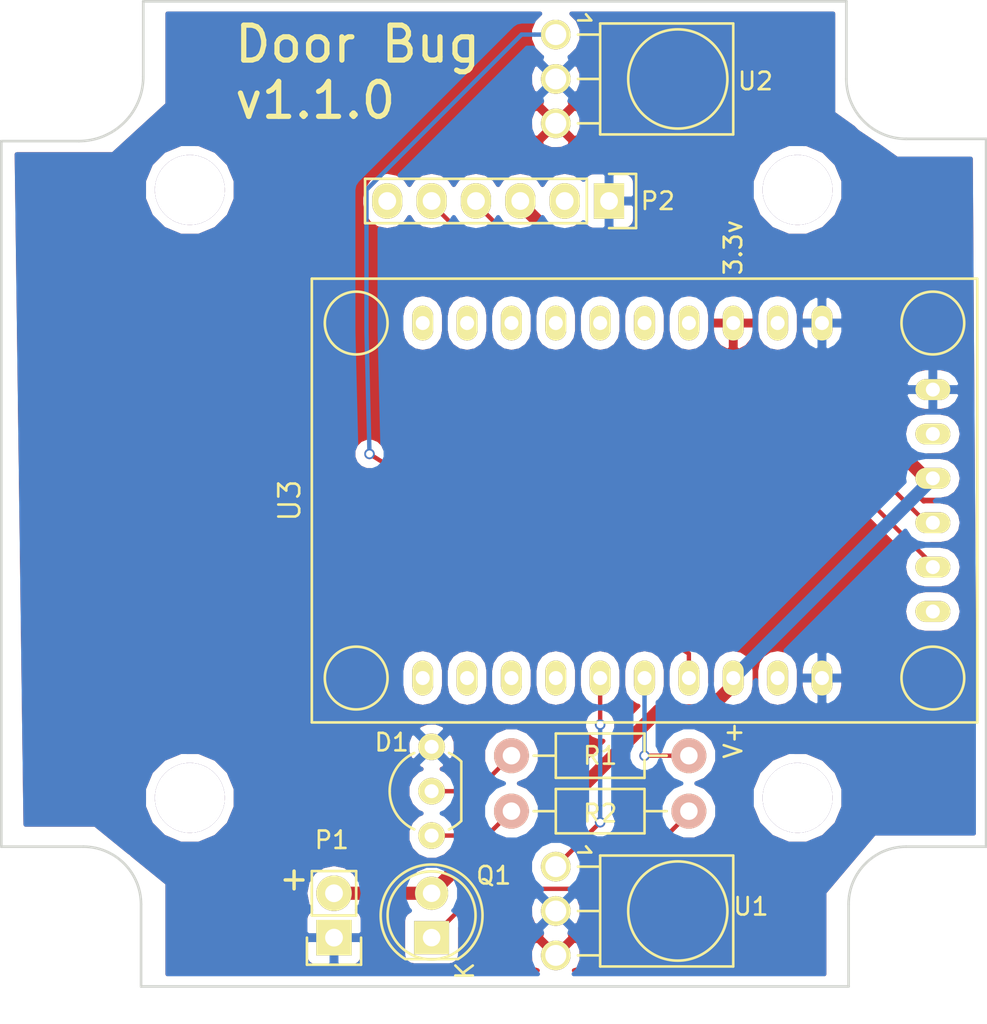
<source format=kicad_pcb>
(kicad_pcb (version 4) (host pcbnew 4.0.2+dfsg1-stable)

  (general
    (links 21)
    (no_connects 0)
    (area 177.724999 38.024999 234.263001 94.563001)
    (thickness 1.6)
    (drawings 19)
    (tracks 56)
    (zones 0)
    (modules 13)
    (nets 29)
  )

  (page A4)
  (layers
    (0 F.Cu signal)
    (31 B.Cu signal hide)
    (32 B.Adhes user)
    (33 F.Adhes user)
    (34 B.Paste user)
    (35 F.Paste user)
    (36 B.SilkS user)
    (37 F.SilkS user)
    (38 B.Mask user)
    (39 F.Mask user)
    (40 Dwgs.User user)
    (41 Cmts.User user)
    (42 Eco1.User user)
    (43 Eco2.User user)
    (44 Edge.Cuts user)
    (45 Margin user)
    (46 B.CrtYd user)
    (47 F.CrtYd user)
    (48 B.Fab user)
    (49 F.Fab user)
  )

  (setup
    (last_trace_width 0.25)
    (trace_clearance 0.2)
    (zone_clearance 0.508)
    (zone_45_only no)
    (trace_min 0.2)
    (segment_width 0.2)
    (edge_width 0.15)
    (via_size 0.6)
    (via_drill 0.4)
    (via_min_size 0.4)
    (via_min_drill 0.3)
    (uvia_size 0.3)
    (uvia_drill 0.1)
    (uvias_allowed no)
    (uvia_min_size 0.2)
    (uvia_min_drill 0.1)
    (pcb_text_width 0.3)
    (pcb_text_size 1.5 1.5)
    (mod_edge_width 0.15)
    (mod_text_size 1 1)
    (mod_text_width 0.15)
    (pad_size 1.524 1.524)
    (pad_drill 0.762)
    (pad_to_mask_clearance 0.2)
    (aux_axis_origin 0 0)
    (grid_origin 218.186 55.626)
    (visible_elements FFFEFF7F)
    (pcbplotparams
      (layerselection 0x00030_00000001)
      (usegerberextensions false)
      (excludeedgelayer true)
      (linewidth 0.100000)
      (plotframeref false)
      (viasonmask false)
      (mode 1)
      (useauxorigin false)
      (hpglpennumber 1)
      (hpglpenspeed 20)
      (hpglpendiameter 15)
      (hpglpenoverlay 2)
      (psnegative false)
      (psa4output false)
      (plotreference true)
      (plotvalue true)
      (plotinvisibletext false)
      (padsonsilk false)
      (subtractmaskfromsilk false)
      (outputformat 4)
      (mirror false)
      (drillshape 0)
      (scaleselection 1)
      (outputdirectory ""))
  )

  (net 0 "")
  (net 1 "Net-(D1-Pad1)")
  (net 2 +5V)
  (net 3 "Net-(Q1-Pad2)")
  (net 4 GND)
  (net 5 "Net-(Q1-Pad1)")
  (net 6 LED_SIGNAL)
  (net 7 IR2_OUTPUT)
  (net 8 IR1_OUTPUT)
  (net 9 "Net-(U3-Pad20)")
  (net 10 "Net-(U3-Pad1)")
  (net 11 "Net-(U3-Pad19)")
  (net 12 "Net-(U3-Pad2)")
  (net 13 "Net-(U3-Pad3)")
  (net 14 "Net-(U3-Pad17)")
  (net 15 "Net-(U3-Pad4)")
  (net 16 "Net-(U3-Pad16)")
  (net 17 "Net-(U3-Pad15)")
  (net 18 "Net-(U3-Pad14)")
  (net 19 "Net-(U3-Pad12)")
  (net 20 "Net-(U3-Pad9)")
  (net 21 "Net-(U3-Pad18)")
  (net 22 +3V3)
  (net 23 "Net-(U3-Pad21)")
  (net 24 "Net-(U3-Pad25)")
  (net 25 "Net-(P2-Pad2)")
  (net 26 "Net-(P2-Pad4)")
  (net 27 "Net-(P2-Pad5)")
  (net 28 "Net-(P2-Pad6)")

  (net_class Default "This is the default net class."
    (clearance 0.2)
    (trace_width 0.25)
    (via_dia 0.6)
    (via_drill 0.4)
    (uvia_dia 0.3)
    (uvia_drill 0.1)
    (add_net GND)
    (add_net IR1_OUTPUT)
    (add_net IR2_OUTPUT)
    (add_net LED_SIGNAL)
    (add_net "Net-(D1-Pad1)")
    (add_net "Net-(P2-Pad2)")
    (add_net "Net-(P2-Pad4)")
    (add_net "Net-(P2-Pad5)")
    (add_net "Net-(P2-Pad6)")
    (add_net "Net-(Q1-Pad1)")
    (add_net "Net-(Q1-Pad2)")
    (add_net "Net-(U3-Pad1)")
    (add_net "Net-(U3-Pad12)")
    (add_net "Net-(U3-Pad14)")
    (add_net "Net-(U3-Pad15)")
    (add_net "Net-(U3-Pad16)")
    (add_net "Net-(U3-Pad17)")
    (add_net "Net-(U3-Pad18)")
    (add_net "Net-(U3-Pad19)")
    (add_net "Net-(U3-Pad2)")
    (add_net "Net-(U3-Pad20)")
    (add_net "Net-(U3-Pad21)")
    (add_net "Net-(U3-Pad25)")
    (add_net "Net-(U3-Pad3)")
    (add_net "Net-(U3-Pad4)")
    (add_net "Net-(U3-Pad9)")
  )

  (net_class "Logic Voltage" ""
    (clearance 0.2)
    (trace_width 0.3)
    (via_dia 0.6)
    (via_drill 0.4)
    (uvia_dia 0.3)
    (uvia_drill 0.1)
    (add_net +3V3)
  )

  (net_class "Supply Voltage" ""
    (clearance 0.35)
    (trace_width 0.75)
    (via_dia 0.6)
    (via_drill 0.4)
    (uvia_dia 0.3)
    (uvia_drill 0.1)
    (add_net +5V)
  )

  (module door_bug:Huzzah_ESP8266 (layer F.Cu) (tedit 58F562A3) (tstamp 58F55F8D)
    (at 201.93 76.835)
    (path /58EA6C17)
    (fp_text reference U3 (at -7.62 -10.16 90) (layer F.SilkS)
      (effects (font (size 1.2 1.2) (thickness 0.15)))
    )
    (fp_text value HUZZAH_ESP8266 (at -5.08 -10.16 90) (layer F.Fab)
      (effects (font (size 1.2 1.2) (thickness 0.15)))
    )
    (fp_text user V+ (at 17.78 3.556 90) (layer F.SilkS)
      (effects (font (size 1 1) (thickness 0.15)))
    )
    (fp_text user 3.3v (at 17.78 -24.638 90) (layer F.SilkS)
      (effects (font (size 1 1) (thickness 0.15)))
    )
    (fp_circle (center 29.21 0) (end 30.48 1.27) (layer F.SilkS) (width 0.15))
    (fp_circle (center 29.21 -20.32) (end 30.48 -21.59) (layer F.SilkS) (width 0.15))
    (fp_circle (center -3.81 0) (end -5.08 1.27) (layer F.SilkS) (width 0.15))
    (fp_circle (center -3.81 -20.32) (end -5.08 -21.59) (layer F.SilkS) (width 0.15))
    (fp_line (start -6.35 -22.86) (end -6.35 2.54) (layer F.SilkS) (width 0.15))
    (fp_line (start -6.35 2.54) (end 31.75 2.54) (layer F.SilkS) (width 0.15))
    (fp_line (start 31.75 2.54) (end 31.75 -22.86) (layer F.SilkS) (width 0.15))
    (fp_line (start 31.75 -22.86) (end -6.35 -22.86) (layer F.SilkS) (width 0.15))
    (pad 21 thru_hole oval (at 29.21 -3.81) (size 2 1.2) (drill 0.8) (layers *.Cu *.Mask F.SilkS)
      (net 23 "Net-(U3-Pad21)"))
    (pad 22 thru_hole oval (at 29.21 -6.35) (size 2 1.2) (drill 0.8) (layers *.Cu *.Mask F.SilkS)
      (net 27 "Net-(P2-Pad5)"))
    (pad 23 thru_hole oval (at 29.21 -8.89) (size 2 1.2) (drill 0.8) (layers *.Cu *.Mask F.SilkS)
      (net 26 "Net-(P2-Pad4)"))
    (pad 24 thru_hole oval (at 29.21 -11.43) (size 2 1.2) (drill 0.8) (layers *.Cu *.Mask F.SilkS)
      (net 2 +5V))
    (pad 25 thru_hole oval (at 29.21 -13.97) (size 2 1.2) (drill 0.8) (layers *.Cu *.Mask F.SilkS)
      (net 24 "Net-(U3-Pad25)"))
    (pad 26 thru_hole oval (at 29.21 -16.51) (size 2 1.2) (drill 0.8) (layers *.Cu *.Mask F.SilkS)
      (net 4 GND))
    (pad 20 thru_hole oval (at 0 -20.32) (size 1.2 2) (drill 0.8) (layers *.Cu *.Mask F.SilkS)
      (net 9 "Net-(U3-Pad20)"))
    (pad 1 thru_hole oval (at 0 0) (size 1.2 2) (drill 0.8) (layers *.Cu *.Mask F.SilkS)
      (net 10 "Net-(U3-Pad1)"))
    (pad 19 thru_hole oval (at 2.54 -20.32) (size 1.2 2) (drill 0.8) (layers *.Cu *.Mask F.SilkS)
      (net 11 "Net-(U3-Pad19)"))
    (pad 2 thru_hole oval (at 2.54 0) (size 1.2 2) (drill 0.8) (layers *.Cu *.Mask F.SilkS)
      (net 12 "Net-(U3-Pad2)"))
    (pad 18 thru_hole oval (at 5.08 -20.32) (size 1.2 2) (drill 0.8) (layers *.Cu *.Mask F.SilkS)
      (net 21 "Net-(U3-Pad18)"))
    (pad 3 thru_hole oval (at 5.08 0) (size 1.2 2) (drill 0.8) (layers *.Cu *.Mask F.SilkS)
      (net 13 "Net-(U3-Pad3)"))
    (pad 17 thru_hole oval (at 7.62 -20.32) (size 1.2 2) (drill 0.8) (layers *.Cu *.Mask F.SilkS)
      (net 14 "Net-(U3-Pad17)"))
    (pad 4 thru_hole oval (at 7.62 0) (size 1.2 2) (drill 0.8) (layers *.Cu *.Mask F.SilkS)
      (net 15 "Net-(U3-Pad4)"))
    (pad 16 thru_hole oval (at 10.16 -20.32) (size 1.2 2) (drill 0.8) (layers *.Cu *.Mask F.SilkS)
      (net 16 "Net-(U3-Pad16)"))
    (pad 5 thru_hole oval (at 10.16 0) (size 1.2 2) (drill 0.8) (layers *.Cu *.Mask F.SilkS)
      (net 7 IR2_OUTPUT))
    (pad 15 thru_hole oval (at 12.7 -20.32) (size 1.2 2) (drill 0.8) (layers *.Cu *.Mask F.SilkS)
      (net 17 "Net-(U3-Pad15)"))
    (pad 6 thru_hole oval (at 12.7 0) (size 1.2 2) (drill 0.8) (layers *.Cu *.Mask F.SilkS)
      (net 6 LED_SIGNAL))
    (pad 14 thru_hole oval (at 15.24 -20.32) (size 1.2 2) (drill 0.8) (layers *.Cu *.Mask F.SilkS)
      (net 18 "Net-(U3-Pad14)"))
    (pad 7 thru_hole oval (at 15.24 0) (size 1.2 2) (drill 0.8) (layers *.Cu *.Mask F.SilkS)
      (net 8 IR1_OUTPUT))
    (pad 13 thru_hole oval (at 17.78 -20.32) (size 1.2 2) (drill 0.8) (layers *.Cu *.Mask F.SilkS)
      (net 22 +3V3))
    (pad 8 thru_hole oval (at 17.78 0) (size 1.2 2) (drill 0.8) (layers *.Cu *.Mask F.SilkS)
      (net 2 +5V))
    (pad 12 thru_hole oval (at 20.32 -20.32) (size 1.2 2) (drill 0.8) (layers *.Cu *.Mask F.SilkS)
      (net 19 "Net-(U3-Pad12)"))
    (pad 9 thru_hole oval (at 20.32 0) (size 1.2 2) (drill 0.8) (layers *.Cu *.Mask F.SilkS)
      (net 20 "Net-(U3-Pad9)"))
    (pad 11 thru_hole oval (at 22.86 -20.32) (size 1.2 2) (drill 0.8) (layers *.Cu *.Mask F.SilkS)
      (net 4 GND))
    (pad 10 thru_hole oval (at 22.86 0) (size 1.2 2) (drill 0.8) (layers *.Cu *.Mask F.SilkS)
      (net 4 GND))
  )

  (module Mounting_Holes:MountingHole_4mm (layer F.Cu) (tedit 58ED6B5E) (tstamp 58EF8589)
    (at 188.595 83.693)
    (descr "Mounting hole, Befestigungsbohrung, 4mm, No Annular, Kein Restring,")
    (tags "Mounting hole, Befestigungsbohrung, 4mm, No Annular, Kein Restring,")
    (fp_text reference "" (at 0 -5.4991) (layer F.SilkS)
      (effects (font (size 1 1) (thickness 0.15)))
    )
    (fp_text value MountingHole_4mm (at 0 5.99948) (layer F.Fab)
      (effects (font (size 1 1) (thickness 0.15)))
    )
    (fp_circle (center 0 0) (end 4 0) (layer Cmts.User) (width 0.381))
    (pad 1 thru_hole circle (at 0 0) (size 4 4) (drill 4) (layers))
  )

  (module Mounting_Holes:MountingHole_4mm (layer F.Cu) (tedit 58ED6B01) (tstamp 58EF8584)
    (at 223.393 83.693)
    (descr "Mounting hole, Befestigungsbohrung, 4mm, No Annular, Kein Restring,")
    (tags "Mounting hole, Befestigungsbohrung, 4mm, No Annular, Kein Restring,")
    (fp_text reference "" (at 0 -5.4991) (layer F.SilkS)
      (effects (font (size 1 1) (thickness 0.15)))
    )
    (fp_text value MountingHole_4mm (at 0 5.99948) (layer F.Fab)
      (effects (font (size 1 1) (thickness 0.15)))
    )
    (fp_circle (center 0 0) (end 4 0) (layer Cmts.User) (width 0.381))
    (pad 1 thru_hole circle (at 0 0) (size 4 4) (drill 4) (layers))
  )

  (module LEDs:LED-5MM (layer F.Cu) (tedit 58F55A36) (tstamp 58EA863C)
    (at 202.438 91.694 90)
    (descr "LED 5mm round vertical")
    (tags "LED 5mm round vertical")
    (path /58EA6EF4)
    (fp_text reference D1 (at 11.176 -2.286 180) (layer F.SilkS)
      (effects (font (size 1 1) (thickness 0.15)))
    )
    (fp_text value LED (at 1.524 -3.937 90) (layer F.Fab)
      (effects (font (size 1 1) (thickness 0.15)))
    )
    (fp_line (start -1.5 -1.55) (end -1.5 1.55) (layer F.CrtYd) (width 0.05))
    (fp_arc (start 1.3 0) (end -1.5 1.55) (angle -302) (layer F.CrtYd) (width 0.05))
    (fp_arc (start 1.27 0) (end -1.23 -1.5) (angle 297.5) (layer F.SilkS) (width 0.15))
    (fp_line (start -1.23 1.5) (end -1.23 -1.5) (layer F.SilkS) (width 0.15))
    (fp_circle (center 1.27 0) (end 0.97 -2.5) (layer F.SilkS) (width 0.15))
    (fp_text user K (at -1.905 1.905 90) (layer F.SilkS)
      (effects (font (size 1 1) (thickness 0.15)))
    )
    (pad 1 thru_hole rect (at 0 0 180) (size 2 1.9) (drill 1.00076) (layers *.Cu *.Mask F.SilkS)
      (net 1 "Net-(D1-Pad1)"))
    (pad 2 thru_hole circle (at 2.54 0 90) (size 1.9 1.9) (drill 1.00076) (layers *.Cu *.Mask F.SilkS)
      (net 2 +5V))
    (model LEDs.3dshapes/LED-5MM.wrl
      (at (xyz 0.05 0 0))
      (scale (xyz 1 1 1))
      (rotate (xyz 0 0 90))
    )
  )

  (module TO_SOT_Packages_THT:TO-92_Inline_Wide (layer F.Cu) (tedit 58F55A58) (tstamp 58EA8643)
    (at 202.438 85.852 90)
    (descr "TO-92 leads in-line, wide, drill 0.8mm (see NXP sot054_po.pdf)")
    (tags "to-92 sc-43 sc-43a sot54 PA33 transistor")
    (path /58EA6D67)
    (fp_text reference Q1 (at -2.286 3.556 360) (layer F.SilkS)
      (effects (font (size 1 1) (thickness 0.15)))
    )
    (fp_text value BC547 (at 0 3 90) (layer F.Fab)
      (effects (font (size 1 1) (thickness 0.15)))
    )
    (fp_arc (start 2.54 0) (end 0.84 1.7) (angle 20.5) (layer F.SilkS) (width 0.15))
    (fp_arc (start 2.54 0) (end 4.24 1.7) (angle -20.5) (layer F.SilkS) (width 0.15))
    (fp_line (start -1 1.95) (end -1 -2.65) (layer F.CrtYd) (width 0.05))
    (fp_line (start -1 1.95) (end 6.1 1.95) (layer F.CrtYd) (width 0.05))
    (fp_line (start 0.84 1.7) (end 4.24 1.7) (layer F.SilkS) (width 0.15))
    (fp_arc (start 2.54 0) (end 2.54 -2.4) (angle -65.55604127) (layer F.SilkS) (width 0.15))
    (fp_arc (start 2.54 0) (end 2.54 -2.4) (angle 65.55604127) (layer F.SilkS) (width 0.15))
    (fp_line (start -1 -2.65) (end 6.1 -2.65) (layer F.CrtYd) (width 0.05))
    (fp_line (start 6.1 1.95) (end 6.1 -2.65) (layer F.CrtYd) (width 0.05))
    (pad 2 thru_hole circle (at 2.54 0 180) (size 1.524 1.524) (drill 0.8) (layers *.Cu *.Mask F.SilkS)
      (net 3 "Net-(Q1-Pad2)"))
    (pad 3 thru_hole circle (at 5.08 0 180) (size 1.524 1.524) (drill 0.8) (layers *.Cu *.Mask F.SilkS)
      (net 4 GND))
    (pad 1 thru_hole circle (at 0 0 180) (size 1.524 1.524) (drill 0.8) (layers *.Cu *.Mask F.SilkS)
      (net 5 "Net-(Q1-Pad1)"))
    (model TO_SOT_Packages_THT.3dshapes/TO-92_Inline_Wide.wrl
      (at (xyz 0.1 0 0))
      (scale (xyz 1 1 1))
      (rotate (xyz 0 0 -90))
    )
  )

  (module Resistors_ThroughHole:Resistor_Horizontal_RM10mm (layer F.Cu) (tedit 58F55A4C) (tstamp 58EA8649)
    (at 207.01 81.28)
    (descr "Resistor, Axial,  RM 10mm, 1/3W")
    (tags "Resistor Axial RM 10mm 1/3W")
    (path /58EA6E66)
    (fp_text reference R1 (at 5.08 0) (layer F.SilkS)
      (effects (font (size 1 1) (thickness 0.15)))
    )
    (fp_text value 1K (at 5.08 3.81) (layer F.Fab)
      (effects (font (size 1 1) (thickness 0.15)))
    )
    (fp_line (start -1.25 -1.5) (end 11.4 -1.5) (layer F.CrtYd) (width 0.05))
    (fp_line (start -1.25 1.5) (end -1.25 -1.5) (layer F.CrtYd) (width 0.05))
    (fp_line (start 11.4 -1.5) (end 11.4 1.5) (layer F.CrtYd) (width 0.05))
    (fp_line (start -1.25 1.5) (end 11.4 1.5) (layer F.CrtYd) (width 0.05))
    (fp_line (start 2.54 -1.27) (end 7.62 -1.27) (layer F.SilkS) (width 0.15))
    (fp_line (start 7.62 -1.27) (end 7.62 1.27) (layer F.SilkS) (width 0.15))
    (fp_line (start 7.62 1.27) (end 2.54 1.27) (layer F.SilkS) (width 0.15))
    (fp_line (start 2.54 1.27) (end 2.54 -1.27) (layer F.SilkS) (width 0.15))
    (fp_line (start 2.54 0) (end 1.27 0) (layer F.SilkS) (width 0.15))
    (fp_line (start 7.62 0) (end 8.89 0) (layer F.SilkS) (width 0.15))
    (pad 1 thru_hole circle (at 0 0) (size 1.99898 1.99898) (drill 1.00076) (layers *.Cu *.SilkS *.Mask)
      (net 3 "Net-(Q1-Pad2)"))
    (pad 2 thru_hole circle (at 10.16 0) (size 1.99898 1.99898) (drill 1.00076) (layers *.Cu *.SilkS *.Mask)
      (net 6 LED_SIGNAL))
    (model Resistors_ThroughHole.3dshapes/Resistor_Horizontal_RM10mm.wrl
      (at (xyz 0 0 0))
      (scale (xyz 0.4 0.4 0.4))
      (rotate (xyz 0 0 0))
    )
  )

  (module Resistors_ThroughHole:Resistor_Horizontal_RM10mm (layer F.Cu) (tedit 58F55A47) (tstamp 58EA864F)
    (at 217.17 84.455 180)
    (descr "Resistor, Axial,  RM 10mm, 1/3W")
    (tags "Resistor Axial RM 10mm 1/3W")
    (path /58EA6EAF)
    (fp_text reference R2 (at 5.08 -0.127 180) (layer F.SilkS)
      (effects (font (size 1 1) (thickness 0.15)))
    )
    (fp_text value 1K (at 5.08 3.81 180) (layer F.Fab)
      (effects (font (size 1 1) (thickness 0.15)))
    )
    (fp_line (start -1.25 -1.5) (end 11.4 -1.5) (layer F.CrtYd) (width 0.05))
    (fp_line (start -1.25 1.5) (end -1.25 -1.5) (layer F.CrtYd) (width 0.05))
    (fp_line (start 11.4 -1.5) (end 11.4 1.5) (layer F.CrtYd) (width 0.05))
    (fp_line (start -1.25 1.5) (end 11.4 1.5) (layer F.CrtYd) (width 0.05))
    (fp_line (start 2.54 -1.27) (end 7.62 -1.27) (layer F.SilkS) (width 0.15))
    (fp_line (start 7.62 -1.27) (end 7.62 1.27) (layer F.SilkS) (width 0.15))
    (fp_line (start 7.62 1.27) (end 2.54 1.27) (layer F.SilkS) (width 0.15))
    (fp_line (start 2.54 1.27) (end 2.54 -1.27) (layer F.SilkS) (width 0.15))
    (fp_line (start 2.54 0) (end 1.27 0) (layer F.SilkS) (width 0.15))
    (fp_line (start 7.62 0) (end 8.89 0) (layer F.SilkS) (width 0.15))
    (pad 1 thru_hole circle (at 0 0 180) (size 1.99898 1.99898) (drill 1.00076) (layers *.Cu *.SilkS *.Mask)
      (net 1 "Net-(D1-Pad1)"))
    (pad 2 thru_hole circle (at 10.16 0 180) (size 1.99898 1.99898) (drill 1.00076) (layers *.Cu *.SilkS *.Mask)
      (net 5 "Net-(Q1-Pad1)"))
    (model Resistors_ThroughHole.3dshapes/Resistor_Horizontal_RM10mm.wrl
      (at (xyz 0 0 0))
      (scale (xyz 0.4 0.4 0.4))
      (rotate (xyz 0 0 0))
    )
  )

  (module Socket_Strips:Socket_Strip_Straight_1x02 (layer F.Cu) (tedit 58F55A5A) (tstamp 58EA9748)
    (at 196.85 91.694 90)
    (descr "Through hole socket strip")
    (tags "socket strip")
    (path /58EA9508)
    (fp_text reference P1 (at 5.588 -0.127 180) (layer F.SilkS)
      (effects (font (size 1 1) (thickness 0.15)))
    )
    (fp_text value CONN_01X02 (at 0 -3.1 90) (layer F.Fab)
      (effects (font (size 1 1) (thickness 0.15)))
    )
    (fp_line (start -1.55 1.55) (end 0 1.55) (layer F.SilkS) (width 0.15))
    (fp_line (start 3.81 1.27) (end 1.27 1.27) (layer F.SilkS) (width 0.15))
    (fp_line (start -1.75 -1.75) (end -1.75 1.75) (layer F.CrtYd) (width 0.05))
    (fp_line (start 4.3 -1.75) (end 4.3 1.75) (layer F.CrtYd) (width 0.05))
    (fp_line (start -1.75 -1.75) (end 4.3 -1.75) (layer F.CrtYd) (width 0.05))
    (fp_line (start -1.75 1.75) (end 4.3 1.75) (layer F.CrtYd) (width 0.05))
    (fp_line (start 1.27 1.27) (end 1.27 -1.27) (layer F.SilkS) (width 0.15))
    (fp_line (start 0 -1.55) (end -1.55 -1.55) (layer F.SilkS) (width 0.15))
    (fp_line (start -1.55 -1.55) (end -1.55 1.55) (layer F.SilkS) (width 0.15))
    (fp_line (start 1.27 -1.27) (end 3.81 -1.27) (layer F.SilkS) (width 0.15))
    (fp_line (start 3.81 -1.27) (end 3.81 1.27) (layer F.SilkS) (width 0.15))
    (pad 1 thru_hole rect (at 0 0 90) (size 2.032 2.032) (drill 1.016) (layers *.Cu *.Mask F.SilkS)
      (net 4 GND))
    (pad 2 thru_hole oval (at 2.54 0 90) (size 2.032 2.032) (drill 1.016) (layers *.Cu *.Mask F.SilkS)
      (net 2 +5V))
    (model Socket_Strips.3dshapes/Socket_Strip_Straight_1x02.wrl
      (at (xyz 0.05 0 0))
      (scale (xyz 1 1 1))
      (rotate (xyz 0 0 180))
    )
  )

  (module door_bug:TSSP4038_Horizontal (layer F.Cu) (tedit 58F55A69) (tstamp 58EC4E91)
    (at 209.55 90.17 270)
    (descr "SOT126, SOT32, Housing, Horizontal,")
    (tags "SOT126, SOT32, Housing, Horizontal,")
    (path /58EA6E39)
    (fp_text reference U1 (at -0.254 -11.176 360) (layer F.SilkS)
      (effects (font (size 1 1) (thickness 0.15)))
    )
    (fp_text value TSSP4038 (at 0 2.54 270) (layer F.Fab)
      (effects (font (size 1 1) (thickness 0.15)))
    )
    (fp_circle (center 0 -6.985) (end 2.54 -8.255) (layer F.SilkS) (width 0.15))
    (fp_line (start 3.175 -2.54) (end -3.175 -2.54) (layer F.SilkS) (width 0.15))
    (fp_line (start -3.175 -2.54) (end -3.175 -10.16) (layer F.SilkS) (width 0.15))
    (fp_line (start -3.175 -10.16) (end 3.175 -10.16) (layer F.SilkS) (width 0.15))
    (fp_line (start 3.175 -10.16) (end 3.175 -2.54) (layer F.SilkS) (width 0.15))
    (fp_line (start -2.54 -1.27) (end -2.54 -2.54) (layer F.SilkS) (width 0.15))
    (fp_line (start 0 -1.27) (end 0 -2.54) (layer F.SilkS) (width 0.15))
    (fp_line (start 2.54 -1.27) (end 2.54 -2.54) (layer F.SilkS) (width 0.15))
    (fp_line (start -3.70332 -1.72974) (end -3.3528 -2.02946) (layer F.SilkS) (width 0.15))
    (fp_line (start -3.3528 -2.02946) (end -3.3528 -1.28016) (layer F.SilkS) (width 0.15))
    (pad 2 thru_hole circle (at 0 0 270) (size 1.69926 1.69926) (drill 1.19888) (layers *.Cu *.Mask F.SilkS)
      (net 4 GND))
    (pad 1 thru_hole circle (at -2.54 0 270) (size 1.69926 1.69926) (drill 1.19888) (layers *.Cu *.Mask F.SilkS)
      (net 7 IR2_OUTPUT))
    (pad 3 thru_hole circle (at 2.54 0 270) (size 1.69926 1.69926) (drill 1.19888) (layers *.Cu *.Mask F.SilkS)
      (net 22 +3V3))
    (model TO_SOT_Packages_THT.3dshapes/SOT126_SOT32_Housing_Horizontal.wrl
      (at (xyz 0 0 0))
      (scale (xyz 0.3937 0.3937 0.3937))
      (rotate (xyz 0 0 0))
    )
  )

  (module door_bug:TSSP4038_Horizontal (layer F.Cu) (tedit 58F55A7C) (tstamp 58EC4EA2)
    (at 209.55 42.545 270)
    (descr "SOT126, SOT32, Housing, Horizontal,")
    (tags "SOT126, SOT32, Housing, Horizontal,")
    (path /58EA6DF4)
    (fp_text reference U2 (at 0.127 -11.43 360) (layer F.SilkS)
      (effects (font (size 1 1) (thickness 0.15)))
    )
    (fp_text value TSSP4038 (at 0 2.54 270) (layer F.Fab)
      (effects (font (size 1 1) (thickness 0.15)))
    )
    (fp_circle (center 0 -6.985) (end 2.54 -8.255) (layer F.SilkS) (width 0.15))
    (fp_line (start 3.175 -2.54) (end -3.175 -2.54) (layer F.SilkS) (width 0.15))
    (fp_line (start -3.175 -2.54) (end -3.175 -10.16) (layer F.SilkS) (width 0.15))
    (fp_line (start -3.175 -10.16) (end 3.175 -10.16) (layer F.SilkS) (width 0.15))
    (fp_line (start 3.175 -10.16) (end 3.175 -2.54) (layer F.SilkS) (width 0.15))
    (fp_line (start -2.54 -1.27) (end -2.54 -2.54) (layer F.SilkS) (width 0.15))
    (fp_line (start 0 -1.27) (end 0 -2.54) (layer F.SilkS) (width 0.15))
    (fp_line (start 2.54 -1.27) (end 2.54 -2.54) (layer F.SilkS) (width 0.15))
    (fp_line (start -3.70332 -1.72974) (end -3.3528 -2.02946) (layer F.SilkS) (width 0.15))
    (fp_line (start -3.3528 -2.02946) (end -3.3528 -1.28016) (layer F.SilkS) (width 0.15))
    (pad 2 thru_hole circle (at 0 0 270) (size 1.69926 1.69926) (drill 1.19888) (layers *.Cu *.Mask F.SilkS)
      (net 4 GND))
    (pad 1 thru_hole circle (at -2.54 0 270) (size 1.69926 1.69926) (drill 1.19888) (layers *.Cu *.Mask F.SilkS)
      (net 8 IR1_OUTPUT))
    (pad 3 thru_hole circle (at 2.54 0 270) (size 1.69926 1.69926) (drill 1.19888) (layers *.Cu *.Mask F.SilkS)
      (net 22 +3V3))
    (model TO_SOT_Packages_THT.3dshapes/SOT126_SOT32_Housing_Horizontal.wrl
      (at (xyz 0 0 0))
      (scale (xyz 0.3937 0.3937 0.3937))
      (rotate (xyz 0 0 0))
    )
  )

  (module Mounting_Holes:MountingHole_4mm (layer F.Cu) (tedit 58ED6A11) (tstamp 58ED6E96)
    (at 188.595 48.895)
    (descr "Mounting hole, Befestigungsbohrung, 4mm, No Annular, Kein Restring,")
    (tags "Mounting hole, Befestigungsbohrung, 4mm, No Annular, Kein Restring,")
    (fp_text reference "" (at 0 -5.4991) (layer F.SilkS)
      (effects (font (size 1 1) (thickness 0.15)))
    )
    (fp_text value MountingHole_4mm (at 0 5.99948) (layer F.Fab)
      (effects (font (size 1 1) (thickness 0.15)))
    )
    (fp_circle (center 0 0) (end 4 0) (layer Cmts.User) (width 0.381))
    (pad 1 thru_hole circle (at 0 0) (size 4 4) (drill 4) (layers))
  )

  (module Mounting_Holes:MountingHole_4mm (layer F.Cu) (tedit 58ED6AF3) (tstamp 58ED6E9C)
    (at 223.393 48.895)
    (descr "Mounting hole, Befestigungsbohrung, 4mm, No Annular, Kein Restring,")
    (tags "Mounting hole, Befestigungsbohrung, 4mm, No Annular, Kein Restring,")
    (fp_text reference "" (at 0 -5.4991) (layer F.SilkS)
      (effects (font (size 1 1) (thickness 0.15)))
    )
    (fp_text value MountingHole_4mm (at 0 5.99948) (layer F.Fab)
      (effects (font (size 1 1) (thickness 0.15)))
    )
    (fp_circle (center 0 0) (end 4 0) (layer Cmts.User) (width 0.381))
    (pad 1 thru_hole circle (at 0 0) (size 4 4) (drill 4) (layers))
  )

  (module Pin_Headers:Pin_Header_Straight_1x06 (layer F.Cu) (tedit 58FB82AC) (tstamp 58F56720)
    (at 212.598 49.53 270)
    (descr "Through hole pin header")
    (tags "pin header")
    (path /58F55D25)
    (fp_text reference P2 (at 0 -2.794 360) (layer F.SilkS)
      (effects (font (size 1 1) (thickness 0.15)))
    )
    (fp_text value CONN_01X06 (at 0 -3.1 270) (layer F.Fab)
      (effects (font (size 1 1) (thickness 0.15)))
    )
    (fp_line (start -1.75 -1.75) (end -1.75 14.45) (layer F.CrtYd) (width 0.05))
    (fp_line (start 1.75 -1.75) (end 1.75 14.45) (layer F.CrtYd) (width 0.05))
    (fp_line (start -1.75 -1.75) (end 1.75 -1.75) (layer F.CrtYd) (width 0.05))
    (fp_line (start -1.75 14.45) (end 1.75 14.45) (layer F.CrtYd) (width 0.05))
    (fp_line (start 1.27 1.27) (end 1.27 13.97) (layer F.SilkS) (width 0.15))
    (fp_line (start 1.27 13.97) (end -1.27 13.97) (layer F.SilkS) (width 0.15))
    (fp_line (start -1.27 13.97) (end -1.27 1.27) (layer F.SilkS) (width 0.15))
    (fp_line (start 1.55 -1.55) (end 1.55 0) (layer F.SilkS) (width 0.15))
    (fp_line (start 1.27 1.27) (end -1.27 1.27) (layer F.SilkS) (width 0.15))
    (fp_line (start -1.55 0) (end -1.55 -1.55) (layer F.SilkS) (width 0.15))
    (fp_line (start -1.55 -1.55) (end 1.55 -1.55) (layer F.SilkS) (width 0.15))
    (pad 1 thru_hole rect (at 0 0 270) (size 2.032 1.7272) (drill 1.016) (layers *.Cu *.Mask F.SilkS)
      (net 4 GND))
    (pad 2 thru_hole oval (at 0 2.54 270) (size 2.032 1.7272) (drill 1.016) (layers *.Cu *.Mask F.SilkS)
      (net 25 "Net-(P2-Pad2)"))
    (pad 3 thru_hole oval (at 0 5.08 270) (size 2.032 1.7272) (drill 1.016) (layers *.Cu *.Mask F.SilkS)
      (net 2 +5V))
    (pad 4 thru_hole oval (at 0 7.62 270) (size 2.032 1.7272) (drill 1.016) (layers *.Cu *.Mask F.SilkS)
      (net 26 "Net-(P2-Pad4)"))
    (pad 5 thru_hole oval (at 0 10.16 270) (size 2.032 1.7272) (drill 1.016) (layers *.Cu *.Mask F.SilkS)
      (net 27 "Net-(P2-Pad5)"))
    (pad 6 thru_hole oval (at 0 12.7 270) (size 2.032 1.7272) (drill 1.016) (layers *.Cu *.Mask F.SilkS)
      (net 28 "Net-(P2-Pad6)"))
    (model Pin_Headers.3dshapes/Pin_Header_Straight_1x06.wrl
      (at (xyz 0 -0.25 0))
      (scale (xyz 1 1 1))
      (rotate (xyz 0 0 90))
    )
  )

  (gr_text "Door Bug\nv1.1.0" (at 191.008 42.164) (layer F.SilkS)
    (effects (font (size 2 2) (thickness 0.3)) (justify left))
  )
  (gr_line (start 194.056 88.392) (end 195.072 88.392) (angle 90) (layer F.SilkS) (width 0.2) (tstamp 58ED6FEB))
  (gr_line (start 194.564 87.884) (end 194.564 88.9) (angle 90) (layer F.SilkS) (width 0.2))
  (gr_line (start 177.8 86.487) (end 182.499 86.487) (angle 90) (layer Edge.Cuts) (width 0.15))
  (gr_line (start 234.188 86.487) (end 234.188 45.974) (angle 90) (layer Edge.Cuts) (width 0.15))
  (gr_line (start 185.801 94.488) (end 226.314 94.488) (angle 90) (layer Edge.Cuts) (width 0.15))
  (gr_line (start 177.8 46.101) (end 177.8 86.487) (angle 90) (layer Edge.Cuts) (width 0.15))
  (gr_line (start 226.187 38.1) (end 185.928 38.1) (angle 90) (layer Edge.Cuts) (width 0.15))
  (gr_arc (start 182.499 89.789) (end 182.499 86.487) (angle 90) (layer Edge.Cuts) (width 0.15))
  (gr_line (start 226.314 94.488) (end 226.314 89.789) (angle 90) (layer Edge.Cuts) (width 0.15))
  (gr_arc (start 229.616 89.789) (end 226.314 89.789) (angle 90) (layer Edge.Cuts) (width 0.15))
  (gr_arc (start 229.616 42.545) (end 229.616 45.974) (angle 90) (layer Edge.Cuts) (width 0.15))
  (gr_arc (start 182.245 42.418) (end 185.928 42.418) (angle 90) (layer Edge.Cuts) (width 0.15))
  (gr_line (start 185.801 94.488) (end 185.801 89.789) (angle 90) (layer Edge.Cuts) (width 0.15))
  (gr_line (start 234.188 86.487) (end 229.616 86.487) (angle 90) (layer Edge.Cuts) (width 0.15))
  (gr_line (start 234.188 45.974) (end 229.616 45.974) (angle 90) (layer Edge.Cuts) (width 0.15))
  (gr_line (start 226.187 38.1) (end 226.187 42.545) (angle 90) (layer Edge.Cuts) (width 0.15))
  (gr_line (start 185.928 38.1) (end 185.928 42.418) (angle 90) (layer Edge.Cuts) (width 0.15))
  (gr_line (start 177.8 46.101) (end 182.245 46.101) (angle 90) (layer Edge.Cuts) (width 0.15))

  (segment (start 217.17 84.455) (end 217.17 84.582) (width 0.25) (layer F.Cu) (net 1))
  (segment (start 217.17 84.582) (end 212.852 88.9) (width 0.25) (layer F.Cu) (net 1))
  (segment (start 212.852 88.9) (end 205.232 88.9) (width 0.25) (layer F.Cu) (net 1))
  (segment (start 205.232 88.9) (end 202.438 91.694) (width 0.25) (layer F.Cu) (net 1))
  (segment (start 196.85 89.154) (end 198.28684 89.154) (width 0.75) (layer F.Cu) (net 2))
  (segment (start 198.28684 89.154) (end 202.438 89.154) (width 0.75) (layer F.Cu) (net 2))
  (segment (start 231.14 65.405) (end 230.74 65.405) (width 0.75) (layer F.Cu) (net 2))
  (segment (start 230.74 65.405) (end 227.584 62.249) (width 0.75) (layer F.Cu) (net 2))
  (segment (start 227.584 55.118) (end 226.029978 53.563978) (width 0.75) (layer F.Cu) (net 2))
  (segment (start 227.584 62.249) (end 227.584 55.118) (width 0.75) (layer F.Cu) (net 2))
  (segment (start 226.029978 53.563978) (end 211.399578 53.563978) (width 0.75) (layer F.Cu) (net 2))
  (segment (start 211.399578 53.563978) (end 207.518 49.6824) (width 0.75) (layer F.Cu) (net 2))
  (segment (start 207.518 49.6824) (end 207.518 49.53) (width 0.75) (layer F.Cu) (net 2))
  (segment (start 219.71 77.235) (end 219.71 76.835) (width 0.75) (layer F.Cu) (net 2))
  (segment (start 218.23499 78.71001) (end 219.71 77.235) (width 0.75) (layer F.Cu) (net 2))
  (segment (start 203.542011 88.049989) (end 206.082011 88.049989) (width 0.75) (layer F.Cu) (net 2))
  (segment (start 215.42199 78.71001) (end 218.23499 78.71001) (width 0.75) (layer F.Cu) (net 2))
  (segment (start 206.082011 88.049989) (end 215.42199 78.71001) (width 0.75) (layer F.Cu) (net 2))
  (segment (start 202.438 89.154) (end 203.542011 88.049989) (width 0.75) (layer F.Cu) (net 2))
  (segment (start 219.71 76.835) (end 231.14 65.405) (width 0.75) (layer B.Cu) (net 2))
  (segment (start 219.71 76.835) (end 219.71 76.962) (width 0.5) (layer F.Cu) (net 2))
  (segment (start 202.438 83.312) (end 204.978 83.312) (width 0.25) (layer F.Cu) (net 3))
  (segment (start 204.978 83.312) (end 207.01 81.28) (width 0.25) (layer F.Cu) (net 3))
  (segment (start 202.438 85.852) (end 205.613 85.852) (width 0.25) (layer F.Cu) (net 5))
  (segment (start 205.613 85.852) (end 207.01 84.455) (width 0.25) (layer F.Cu) (net 5))
  (segment (start 214.63 81.28) (end 214.63 76.835) (width 0.25) (layer B.Cu) (net 6))
  (segment (start 217.17 81.28) (end 214.63 81.28) (width 0.25) (layer F.Cu) (net 6))
  (via (at 214.63 81.28) (size 0.6) (drill 0.4) (layers F.Cu B.Cu) (net 6))
  (segment (start 212.09 79.502) (end 212.09 76.835) (width 0.25) (layer F.Cu) (net 7))
  (segment (start 212.09 85.09) (end 212.09 79.502) (width 0.25) (layer B.Cu) (net 7))
  (via (at 212.09 79.502) (size 0.6) (drill 0.4) (layers F.Cu B.Cu) (net 7))
  (segment (start 209.55 87.63) (end 212.09 85.09) (width 0.25) (layer F.Cu) (net 7))
  (via (at 212.09 85.09) (size 0.6) (drill 0.4) (layers F.Cu B.Cu) (net 7))
  (segment (start 198.882 64.008) (end 198.70939 56.97739) (width 0.25) (layer B.Cu) (net 8))
  (segment (start 198.70939 56.97739) (end 198.70939 48.885262) (width 0.25) (layer B.Cu) (net 8))
  (segment (start 208.348442 40.005) (end 209.55 40.005) (width 0.25) (layer B.Cu) (net 8))
  (segment (start 198.70939 48.885262) (end 207.589652 40.005) (width 0.25) (layer B.Cu) (net 8))
  (segment (start 207.589652 40.005) (end 208.348442 40.005) (width 0.25) (layer B.Cu) (net 8))
  (segment (start 217.17 76.835) (end 217.17 75.438) (width 0.25) (layer F.Cu) (net 8))
  (segment (start 217.17 75.438) (end 198.882 64.008) (width 0.25) (layer F.Cu) (net 8))
  (via (at 198.882 64.008) (size 0.6) (drill 0.4) (layers F.Cu B.Cu) (net 8))
  (segment (start 217.17 76.435) (end 217.17 76.835) (width 0.25) (layer F.Cu) (net 8))
  (segment (start 231.14 67.945) (end 230.759 67.945) (width 0.25) (layer F.Cu) (net 26))
  (segment (start 230.759 67.945) (end 226.510011 63.696011) (width 0.25) (layer F.Cu) (net 26))
  (segment (start 226.510011 63.696011) (end 226.510011 55.4396) (width 0.25) (layer F.Cu) (net 26))
  (segment (start 226.510011 55.4396) (end 225.4844 54.413989) (width 0.25) (layer F.Cu) (net 26))
  (segment (start 225.4844 54.413989) (end 209.709589 54.413989) (width 0.25) (layer F.Cu) (net 26))
  (segment (start 209.709589 54.413989) (end 204.978 49.6824) (width 0.25) (layer F.Cu) (net 26))
  (segment (start 204.978 49.6824) (end 204.978 49.53) (width 0.25) (layer F.Cu) (net 26))
  (segment (start 231.14 70.485) (end 231.14 70.358) (width 0.25) (layer F.Cu) (net 27))
  (segment (start 226.06 55.626) (end 225.298 54.864) (width 0.25) (layer F.Cu) (net 27))
  (segment (start 231.14 70.358) (end 226.06 65.278) (width 0.25) (layer F.Cu) (net 27))
  (segment (start 226.06 65.278) (end 226.06 55.626) (width 0.25) (layer F.Cu) (net 27))
  (segment (start 225.298 54.864) (end 207.6196 54.864) (width 0.25) (layer F.Cu) (net 27))
  (segment (start 202.438 49.6824) (end 202.438 49.53) (width 0.25) (layer F.Cu) (net 27))
  (segment (start 207.6196 54.864) (end 202.438 49.6824) (width 0.25) (layer F.Cu) (net 27))

  (zone (net 22) (net_name +3V3) (layer F.Cu) (tstamp 58ED73D4) (hatch edge 0.508)
    (connect_pads (clearance 0.508))
    (min_thickness 0.254)
    (fill yes (arc_segments 16) (thermal_gap 0.508) (thermal_bridge_width 0.508))
    (polygon
      (pts
        (xy 178.562 46.736) (xy 184.15 46.736) (xy 187.198 43.942) (xy 187.198 38.608) (xy 225.552 38.608)
        (xy 225.552 44.45) (xy 229.108 46.99) (xy 233.426 46.99) (xy 233.68 85.852) (xy 227.838 85.852)
        (xy 225.044 89.154) (xy 225.044 94.234) (xy 187.198 94.234) (xy 187.198 88.646) (xy 183.134 85.344)
        (xy 179.07 85.344) (xy 178.562 46.736)
      )
    )
    (filled_polygon
      (pts
        (xy 208.292126 39.162926) (xy 208.065628 39.708393) (xy 208.065112 40.299016) (xy 208.290658 40.844877) (xy 208.707926 41.262874)
        (xy 208.736524 41.274749) (xy 208.710123 41.285658) (xy 208.292126 41.702926) (xy 208.065628 42.248393) (xy 208.065112 42.839016)
        (xy 208.290658 43.384877) (xy 208.707926 43.802874) (xy 208.755711 43.822716) (xy 208.685915 44.04131) (xy 209.55 44.905395)
        (xy 210.414085 44.04131) (xy 210.34442 43.823125) (xy 210.389877 43.804342) (xy 210.807874 43.387074) (xy 211.034372 42.841607)
        (xy 211.034888 42.250984) (xy 210.809342 41.705123) (xy 210.392074 41.287126) (xy 210.363476 41.275251) (xy 210.389877 41.264342)
        (xy 210.807874 40.847074) (xy 211.034372 40.301607) (xy 211.034888 39.710984) (xy 210.809342 39.165123) (xy 210.454838 38.81)
        (xy 225.425 38.81) (xy 225.425 44.45) (xy 225.435006 44.49941) (xy 225.478183 44.553344) (xy 226.58977 45.347334)
        (xy 226.600988 45.364124) (xy 226.796876 45.560012) (xy 227.909324 46.303327) (xy 227.954159 46.321898) (xy 229.034183 47.093344)
        (xy 229.080205 47.113921) (xy 229.108 47.117) (xy 233.299828 47.117) (xy 233.478 74.377302) (xy 233.478 85.725)
        (xy 227.838 85.725) (xy 227.78859 85.735006) (xy 227.74105 85.769965) (xy 224.94705 89.071965) (xy 224.922772 89.116148)
        (xy 224.917 89.154) (xy 224.917 93.778) (xy 210.6192 93.778) (xy 210.708404 93.688796) (xy 210.593692 93.574084)
        (xy 210.844953 93.493858) (xy 211.04635 92.938633) (xy 211.019941 92.348601) (xy 210.844953 91.926142) (xy 210.59369 91.845915)
        (xy 209.729605 92.71) (xy 209.743748 92.724143) (xy 209.564143 92.903748) (xy 209.55 92.889605) (xy 209.535858 92.903748)
        (xy 209.356253 92.724143) (xy 209.370395 92.71) (xy 208.50631 91.845915) (xy 208.255047 91.926142) (xy 208.05365 92.481367)
        (xy 208.080059 93.071399) (xy 208.255047 93.493858) (xy 208.506308 93.574084) (xy 208.391596 93.688796) (xy 208.4808 93.778)
        (xy 187.325 93.778) (xy 187.325 90.678) (xy 195.18656 90.678) (xy 195.18656 92.71) (xy 195.230838 92.945317)
        (xy 195.36991 93.161441) (xy 195.58211 93.306431) (xy 195.834 93.35744) (xy 197.866 93.35744) (xy 198.101317 93.313162)
        (xy 198.317441 93.17409) (xy 198.462431 92.96189) (xy 198.51344 92.71) (xy 198.51344 90.678) (xy 198.469162 90.442683)
        (xy 198.33009 90.226559) (xy 198.238532 90.164) (xy 201.166688 90.164) (xy 200.986559 90.27991) (xy 200.841569 90.49211)
        (xy 200.79056 90.744) (xy 200.79056 92.644) (xy 200.834838 92.879317) (xy 200.97391 93.095441) (xy 201.18611 93.240431)
        (xy 201.438 93.29144) (xy 203.438 93.29144) (xy 203.673317 93.247162) (xy 203.889441 93.10809) (xy 204.034431 92.89589)
        (xy 204.08544 92.644) (xy 204.08544 91.121362) (xy 205.546802 89.66) (xy 208.154237 89.66) (xy 208.065628 89.873393)
        (xy 208.065112 90.464016) (xy 208.290658 91.009877) (xy 208.707926 91.427874) (xy 208.755711 91.447716) (xy 208.685915 91.66631)
        (xy 209.55 92.530395) (xy 210.414085 91.66631) (xy 210.34442 91.448125) (xy 210.389877 91.429342) (xy 210.807874 91.012074)
        (xy 211.034372 90.466607) (xy 211.034888 89.875984) (xy 210.945645 89.66) (xy 212.852 89.66) (xy 213.142839 89.602148)
        (xy 213.389401 89.437401) (xy 216.768655 86.058147) (xy 216.843453 86.089206) (xy 217.493694 86.089774) (xy 218.094655 85.841462)
        (xy 218.554846 85.382073) (xy 218.804206 84.781547) (xy 218.804701 84.214834) (xy 220.757543 84.214834) (xy 221.157853 85.183658)
        (xy 221.898443 85.925542) (xy 222.866567 86.327542) (xy 223.914834 86.328457) (xy 224.883658 85.928147) (xy 225.625542 85.187557)
        (xy 226.027542 84.219433) (xy 226.028457 83.171166) (xy 225.628147 82.202342) (xy 224.887557 81.460458) (xy 223.919433 81.058458)
        (xy 222.871166 81.057543) (xy 221.902342 81.457853) (xy 221.160458 82.198443) (xy 220.758458 83.166567) (xy 220.757543 84.214834)
        (xy 218.804701 84.214834) (xy 218.804774 84.131306) (xy 218.556462 83.530345) (xy 218.097073 83.070154) (xy 217.608568 82.867309)
        (xy 218.094655 82.666462) (xy 218.554846 82.207073) (xy 218.804206 81.606547) (xy 218.804774 80.956306) (xy 218.556462 80.355345)
        (xy 218.097073 79.895154) (xy 217.675279 79.72001) (xy 218.23499 79.72001) (xy 218.6215 79.643128) (xy 218.949168 79.424188)
        (xy 219.911381 78.461975) (xy 220.182614 78.408023) (xy 220.583277 78.140309) (xy 220.850991 77.739646) (xy 220.945 77.267032)
        (xy 220.945 76.402968) (xy 221.015 76.402968) (xy 221.015 77.267032) (xy 221.109009 77.739646) (xy 221.376723 78.140309)
        (xy 221.777386 78.408023) (xy 222.25 78.502032) (xy 222.722614 78.408023) (xy 223.123277 78.140309) (xy 223.390991 77.739646)
        (xy 223.485 77.267032) (xy 223.485 76.402968) (xy 223.555 76.402968) (xy 223.555 77.267032) (xy 223.649009 77.739646)
        (xy 223.916723 78.140309) (xy 224.317386 78.408023) (xy 224.79 78.502032) (xy 225.262614 78.408023) (xy 225.663277 78.140309)
        (xy 225.930991 77.739646) (xy 226.025 77.267032) (xy 226.025 76.402968) (xy 225.930991 75.930354) (xy 225.663277 75.529691)
        (xy 225.262614 75.261977) (xy 224.79 75.167968) (xy 224.317386 75.261977) (xy 223.916723 75.529691) (xy 223.649009 75.930354)
        (xy 223.555 76.402968) (xy 223.485 76.402968) (xy 223.390991 75.930354) (xy 223.123277 75.529691) (xy 222.722614 75.261977)
        (xy 222.25 75.167968) (xy 221.777386 75.261977) (xy 221.376723 75.529691) (xy 221.109009 75.930354) (xy 221.015 76.402968)
        (xy 220.945 76.402968) (xy 220.850991 75.930354) (xy 220.583277 75.529691) (xy 220.182614 75.261977) (xy 219.71 75.167968)
        (xy 219.237386 75.261977) (xy 218.836723 75.529691) (xy 218.569009 75.930354) (xy 218.475 76.402968) (xy 218.475 77.041644)
        (xy 218.405 77.111644) (xy 218.405 76.402968) (xy 218.310991 75.930354) (xy 218.043277 75.529691) (xy 217.93 75.454002)
        (xy 217.93 75.438) (xy 217.913164 75.353362) (xy 217.910537 75.267107) (xy 217.884512 75.20932) (xy 217.872148 75.147161)
        (xy 217.824205 75.075409) (xy 217.788769 74.996724) (xy 217.742611 74.953295) (xy 217.707401 74.900599) (xy 217.63565 74.852657)
        (xy 217.572799 74.793521) (xy 214.743166 73.025) (xy 229.472968 73.025) (xy 229.566977 73.497614) (xy 229.834691 73.898277)
        (xy 230.235354 74.165991) (xy 230.707968 74.26) (xy 231.572032 74.26) (xy 232.044646 74.165991) (xy 232.445309 73.898277)
        (xy 232.713023 73.497614) (xy 232.807032 73.025) (xy 232.713023 72.552386) (xy 232.445309 72.151723) (xy 232.044646 71.884009)
        (xy 231.572032 71.79) (xy 230.707968 71.79) (xy 230.235354 71.884009) (xy 229.834691 72.151723) (xy 229.566977 72.552386)
        (xy 229.472968 73.025) (xy 214.743166 73.025) (xy 199.746649 63.652177) (xy 199.675117 63.479057) (xy 199.412327 63.215808)
        (xy 199.068799 63.073162) (xy 198.696833 63.072838) (xy 198.353057 63.214883) (xy 198.089808 63.477673) (xy 197.947162 63.821201)
        (xy 197.946838 64.193167) (xy 198.088883 64.536943) (xy 198.351673 64.800192) (xy 198.695201 64.942838) (xy 198.944122 64.943055)
        (xy 216.174769 75.712209) (xy 216.029009 75.930354) (xy 215.935 76.402968) (xy 215.935 77.267032) (xy 216.021125 77.70001)
        (xy 215.778875 77.70001) (xy 215.865 77.267032) (xy 215.865 76.402968) (xy 215.770991 75.930354) (xy 215.503277 75.529691)
        (xy 215.102614 75.261977) (xy 214.63 75.167968) (xy 214.157386 75.261977) (xy 213.756723 75.529691) (xy 213.489009 75.930354)
        (xy 213.395 76.402968) (xy 213.395 77.267032) (xy 213.489009 77.739646) (xy 213.756723 78.140309) (xy 214.157386 78.408023)
        (xy 214.272686 78.430958) (xy 213.024847 79.678797) (xy 213.025162 79.316833) (xy 212.883117 78.973057) (xy 212.85 78.939882)
        (xy 212.85 78.215998) (xy 212.963277 78.140309) (xy 213.230991 77.739646) (xy 213.325 77.267032) (xy 213.325 76.402968)
        (xy 213.230991 75.930354) (xy 212.963277 75.529691) (xy 212.562614 75.261977) (xy 212.09 75.167968) (xy 211.617386 75.261977)
        (xy 211.216723 75.529691) (xy 210.949009 75.930354) (xy 210.855 76.402968) (xy 210.855 77.267032) (xy 210.949009 77.739646)
        (xy 211.216723 78.140309) (xy 211.33 78.215998) (xy 211.33 78.939537) (xy 211.297808 78.971673) (xy 211.155162 79.315201)
        (xy 211.154838 79.687167) (xy 211.296883 80.030943) (xy 211.559673 80.294192) (xy 211.903201 80.436838) (xy 212.26649 80.437154)
        (xy 208.623595 84.080049) (xy 208.396462 83.530345) (xy 207.937073 83.070154) (xy 207.448568 82.867309) (xy 207.934655 82.666462)
        (xy 208.394846 82.207073) (xy 208.644206 81.606547) (xy 208.644774 80.956306) (xy 208.396462 80.355345) (xy 207.937073 79.895154)
        (xy 207.336547 79.645794) (xy 206.686306 79.645226) (xy 206.085345 79.893538) (xy 205.625154 80.352927) (xy 205.375794 80.953453)
        (xy 205.375226 81.603694) (xy 205.444309 81.770889) (xy 204.663198 82.552) (xy 203.635531 82.552) (xy 203.62301 82.521697)
        (xy 203.23037 82.128371) (xy 203.022488 82.042051) (xy 203.228303 81.95701) (xy 203.621629 81.56437) (xy 203.834757 81.0511)
        (xy 203.835242 80.495339) (xy 203.62301 79.981697) (xy 203.23037 79.588371) (xy 202.7171 79.375243) (xy 202.161339 79.374758)
        (xy 201.647697 79.58699) (xy 201.254371 79.97963) (xy 201.041243 80.4929) (xy 201.040758 81.048661) (xy 201.25299 81.562303)
        (xy 201.64563 81.955629) (xy 201.853512 82.041949) (xy 201.647697 82.12699) (xy 201.254371 82.51963) (xy 201.041243 83.0329)
        (xy 201.040758 83.588661) (xy 201.25299 84.102303) (xy 201.64563 84.495629) (xy 201.853512 84.581949) (xy 201.647697 84.66699)
        (xy 201.254371 85.05963) (xy 201.041243 85.5729) (xy 201.040758 86.128661) (xy 201.25299 86.642303) (xy 201.64563 87.035629)
        (xy 202.1589 87.248757) (xy 202.714661 87.249242) (xy 203.228303 87.03701) (xy 203.621629 86.64437) (xy 203.63507 86.612)
        (xy 205.613 86.612) (xy 205.903839 86.554148) (xy 206.150401 86.389401) (xy 206.518917 86.020885) (xy 206.634687 86.068957)
        (xy 205.663655 87.039989) (xy 203.542011 87.039989) (xy 203.155501 87.116871) (xy 202.827833 87.335811) (xy 202.594508 87.569136)
        (xy 202.124107 87.568725) (xy 201.541343 87.809519) (xy 201.206277 88.144) (xy 198.144239 88.144) (xy 198.017433 87.954222)
        (xy 197.48181 87.59633) (xy 196.85 87.470655) (xy 196.21819 87.59633) (xy 195.682567 87.954222) (xy 195.324675 88.489845)
        (xy 195.199 89.121655) (xy 195.199 89.186345) (xy 195.324675 89.818155) (xy 195.527004 90.120962) (xy 195.382559 90.21391)
        (xy 195.237569 90.42611) (xy 195.18656 90.678) (xy 187.325 90.678) (xy 187.325 88.646) (xy 187.314994 88.59659)
        (xy 187.278085 88.547434) (xy 185.325453 86.96092) (xy 185.228322 86.86379) (xy 185.228321 86.863789) (xy 185.102132 86.779472)
        (xy 183.214085 85.245434) (xy 183.169428 85.222042) (xy 183.134 85.217) (xy 179.19534 85.217) (xy 179.182154 84.214834)
        (xy 185.959543 84.214834) (xy 186.359853 85.183658) (xy 187.100443 85.925542) (xy 188.068567 86.327542) (xy 189.116834 86.328457)
        (xy 190.085658 85.928147) (xy 190.827542 85.187557) (xy 191.229542 84.219433) (xy 191.230457 83.171166) (xy 190.830147 82.202342)
        (xy 190.089557 81.460458) (xy 189.121433 81.058458) (xy 188.073166 81.057543) (xy 187.104342 81.457853) (xy 186.362458 82.198443)
        (xy 185.960458 83.166567) (xy 185.959543 84.214834) (xy 179.182154 84.214834) (xy 179.079367 76.402968) (xy 200.695 76.402968)
        (xy 200.695 77.267032) (xy 200.789009 77.739646) (xy 201.056723 78.140309) (xy 201.457386 78.408023) (xy 201.93 78.502032)
        (xy 202.402614 78.408023) (xy 202.803277 78.140309) (xy 203.070991 77.739646) (xy 203.165 77.267032) (xy 203.165 76.402968)
        (xy 203.235 76.402968) (xy 203.235 77.267032) (xy 203.329009 77.739646) (xy 203.596723 78.140309) (xy 203.997386 78.408023)
        (xy 204.47 78.502032) (xy 204.942614 78.408023) (xy 205.343277 78.140309) (xy 205.610991 77.739646) (xy 205.705 77.267032)
        (xy 205.705 76.402968) (xy 205.775 76.402968) (xy 205.775 77.267032) (xy 205.869009 77.739646) (xy 206.136723 78.140309)
        (xy 206.537386 78.408023) (xy 207.01 78.502032) (xy 207.482614 78.408023) (xy 207.883277 78.140309) (xy 208.150991 77.739646)
        (xy 208.245 77.267032) (xy 208.245 76.402968) (xy 208.315 76.402968) (xy 208.315 77.267032) (xy 208.409009 77.739646)
        (xy 208.676723 78.140309) (xy 209.077386 78.408023) (xy 209.55 78.502032) (xy 210.022614 78.408023) (xy 210.423277 78.140309)
        (xy 210.690991 77.739646) (xy 210.785 77.267032) (xy 210.785 76.402968) (xy 210.690991 75.930354) (xy 210.423277 75.529691)
        (xy 210.022614 75.261977) (xy 209.55 75.167968) (xy 209.077386 75.261977) (xy 208.676723 75.529691) (xy 208.409009 75.930354)
        (xy 208.315 76.402968) (xy 208.245 76.402968) (xy 208.150991 75.930354) (xy 207.883277 75.529691) (xy 207.482614 75.261977)
        (xy 207.01 75.167968) (xy 206.537386 75.261977) (xy 206.136723 75.529691) (xy 205.869009 75.930354) (xy 205.775 76.402968)
        (xy 205.705 76.402968) (xy 205.610991 75.930354) (xy 205.343277 75.529691) (xy 204.942614 75.261977) (xy 204.47 75.167968)
        (xy 203.997386 75.261977) (xy 203.596723 75.529691) (xy 203.329009 75.930354) (xy 203.235 76.402968) (xy 203.165 76.402968)
        (xy 203.070991 75.930354) (xy 202.803277 75.529691) (xy 202.402614 75.261977) (xy 201.93 75.167968) (xy 201.457386 75.261977)
        (xy 201.056723 75.529691) (xy 200.789009 75.930354) (xy 200.695 76.402968) (xy 179.079367 76.402968) (xy 178.811999 56.082968)
        (xy 200.695 56.082968) (xy 200.695 56.947032) (xy 200.789009 57.419646) (xy 201.056723 57.820309) (xy 201.457386 58.088023)
        (xy 201.93 58.182032) (xy 202.402614 58.088023) (xy 202.803277 57.820309) (xy 203.070991 57.419646) (xy 203.165 56.947032)
        (xy 203.165 56.082968) (xy 203.235 56.082968) (xy 203.235 56.947032) (xy 203.329009 57.419646) (xy 203.596723 57.820309)
        (xy 203.997386 58.088023) (xy 204.47 58.182032) (xy 204.942614 58.088023) (xy 205.343277 57.820309) (xy 205.610991 57.419646)
        (xy 205.705 56.947032) (xy 205.705 56.082968) (xy 205.610991 55.610354) (xy 205.343277 55.209691) (xy 204.942614 54.941977)
        (xy 204.47 54.847968) (xy 203.997386 54.941977) (xy 203.596723 55.209691) (xy 203.329009 55.610354) (xy 203.235 56.082968)
        (xy 203.165 56.082968) (xy 203.070991 55.610354) (xy 202.803277 55.209691) (xy 202.402614 54.941977) (xy 201.93 54.847968)
        (xy 201.457386 54.941977) (xy 201.056723 55.209691) (xy 200.789009 55.610354) (xy 200.695 56.082968) (xy 178.811999 56.082968)
        (xy 178.724286 49.416834) (xy 185.959543 49.416834) (xy 186.359853 50.385658) (xy 187.100443 51.127542) (xy 188.068567 51.529542)
        (xy 189.116834 51.530457) (xy 190.085658 51.130147) (xy 190.827542 50.389557) (xy 191.229542 49.421433) (xy 191.229608 49.345255)
        (xy 198.3994 49.345255) (xy 198.3994 49.714745) (xy 198.513474 50.288234) (xy 198.83833 50.774415) (xy 199.324511 51.099271)
        (xy 199.898 51.213345) (xy 200.471489 51.099271) (xy 200.95767 50.774415) (xy 201.168 50.459634) (xy 201.37833 50.774415)
        (xy 201.864511 51.099271) (xy 202.438 51.213345) (xy 202.818464 51.137666) (xy 206.608608 54.92781) (xy 206.537386 54.941977)
        (xy 206.136723 55.209691) (xy 205.869009 55.610354) (xy 205.775 56.082968) (xy 205.775 56.947032) (xy 205.869009 57.419646)
        (xy 206.136723 57.820309) (xy 206.537386 58.088023) (xy 207.01 58.182032) (xy 207.482614 58.088023) (xy 207.883277 57.820309)
        (xy 208.150991 57.419646) (xy 208.245 56.947032) (xy 208.245 56.082968) (xy 208.153705 55.624) (xy 208.406295 55.624)
        (xy 208.315 56.082968) (xy 208.315 56.947032) (xy 208.409009 57.419646) (xy 208.676723 57.820309) (xy 209.077386 58.088023)
        (xy 209.55 58.182032) (xy 210.022614 58.088023) (xy 210.423277 57.820309) (xy 210.690991 57.419646) (xy 210.785 56.947032)
        (xy 210.785 56.082968) (xy 210.693705 55.624) (xy 210.946295 55.624) (xy 210.855 56.082968) (xy 210.855 56.947032)
        (xy 210.949009 57.419646) (xy 211.216723 57.820309) (xy 211.617386 58.088023) (xy 212.09 58.182032) (xy 212.562614 58.088023)
        (xy 212.963277 57.820309) (xy 213.230991 57.419646) (xy 213.325 56.947032) (xy 213.325 56.082968) (xy 213.233705 55.624)
        (xy 213.486295 55.624) (xy 213.395 56.082968) (xy 213.395 56.947032) (xy 213.489009 57.419646) (xy 213.756723 57.820309)
        (xy 214.157386 58.088023) (xy 214.63 58.182032) (xy 215.102614 58.088023) (xy 215.503277 57.820309) (xy 215.770991 57.419646)
        (xy 215.865 56.947032) (xy 215.865 56.082968) (xy 215.773705 55.624) (xy 216.026295 55.624) (xy 215.935 56.082968)
        (xy 215.935 56.947032) (xy 216.029009 57.419646) (xy 216.296723 57.820309) (xy 216.697386 58.088023) (xy 217.17 58.182032)
        (xy 217.642614 58.088023) (xy 218.043277 57.820309) (xy 218.310991 57.419646) (xy 218.405 56.947032) (xy 218.405 56.642)
        (xy 218.475 56.642) (xy 218.475 57.042) (xy 218.61761 57.504947) (xy 218.926526 57.87808) (xy 219.354719 58.104592)
        (xy 219.392391 58.108462) (xy 219.583 57.983731) (xy 219.583 56.642) (xy 219.837 56.642) (xy 219.837 57.983731)
        (xy 220.027609 58.108462) (xy 220.065281 58.104592) (xy 220.493474 57.87808) (xy 220.80239 57.504947) (xy 220.945 57.042)
        (xy 220.945 56.642) (xy 219.837 56.642) (xy 219.583 56.642) (xy 218.475 56.642) (xy 218.405 56.642)
        (xy 218.405 56.082968) (xy 218.313705 55.624) (xy 218.58713 55.624) (xy 218.475 55.988) (xy 218.475 56.388)
        (xy 219.583 56.388) (xy 219.583 56.368) (xy 219.837 56.368) (xy 219.837 56.388) (xy 220.945 56.388)
        (xy 220.945 55.988) (xy 220.83287 55.624) (xy 221.106295 55.624) (xy 221.015 56.082968) (xy 221.015 56.947032)
        (xy 221.109009 57.419646) (xy 221.376723 57.820309) (xy 221.777386 58.088023) (xy 222.25 58.182032) (xy 222.722614 58.088023)
        (xy 223.123277 57.820309) (xy 223.390991 57.419646) (xy 223.485 56.947032) (xy 223.485 56.082968) (xy 223.393705 55.624)
        (xy 223.646295 55.624) (xy 223.555 56.082968) (xy 223.555 56.947032) (xy 223.649009 57.419646) (xy 223.916723 57.820309)
        (xy 224.317386 58.088023) (xy 224.79 58.182032) (xy 225.262614 58.088023) (xy 225.3 58.063043) (xy 225.3 65.278)
        (xy 225.357852 65.568839) (xy 225.522599 65.815401) (xy 229.628103 69.920905) (xy 229.566977 70.012386) (xy 229.472968 70.485)
        (xy 229.566977 70.957614) (xy 229.834691 71.358277) (xy 230.235354 71.625991) (xy 230.707968 71.72) (xy 231.572032 71.72)
        (xy 232.044646 71.625991) (xy 232.445309 71.358277) (xy 232.713023 70.957614) (xy 232.807032 70.485) (xy 232.713023 70.012386)
        (xy 232.445309 69.611723) (xy 232.044646 69.344009) (xy 231.572032 69.25) (xy 231.106802 69.25) (xy 231.036802 69.18)
        (xy 231.572032 69.18) (xy 232.044646 69.085991) (xy 232.445309 68.818277) (xy 232.713023 68.417614) (xy 232.807032 67.945)
        (xy 232.713023 67.472386) (xy 232.445309 67.071723) (xy 232.044646 66.804009) (xy 231.572032 66.71) (xy 230.707968 66.71)
        (xy 230.616914 66.728112) (xy 230.484314 66.595512) (xy 230.707968 66.64) (xy 231.572032 66.64) (xy 232.044646 66.545991)
        (xy 232.445309 66.278277) (xy 232.713023 65.877614) (xy 232.807032 65.405) (xy 232.713023 64.932386) (xy 232.445309 64.531723)
        (xy 232.044646 64.264009) (xy 231.572032 64.17) (xy 230.933356 64.17) (xy 230.863356 64.1) (xy 231.572032 64.1)
        (xy 232.044646 64.005991) (xy 232.445309 63.738277) (xy 232.713023 63.337614) (xy 232.807032 62.865) (xy 232.713023 62.392386)
        (xy 232.445309 61.991723) (xy 232.044646 61.724009) (xy 231.572032 61.63) (xy 230.707968 61.63) (xy 230.235354 61.724009)
        (xy 229.834691 61.991723) (xy 229.566977 62.392386) (xy 229.498749 62.735393) (xy 228.594 61.830644) (xy 228.594 60.325)
        (xy 229.472968 60.325) (xy 229.566977 60.797614) (xy 229.834691 61.198277) (xy 230.235354 61.465991) (xy 230.707968 61.56)
        (xy 231.572032 61.56) (xy 232.044646 61.465991) (xy 232.445309 61.198277) (xy 232.713023 60.797614) (xy 232.807032 60.325)
        (xy 232.713023 59.852386) (xy 232.445309 59.451723) (xy 232.044646 59.184009) (xy 231.572032 59.09) (xy 230.707968 59.09)
        (xy 230.235354 59.184009) (xy 229.834691 59.451723) (xy 229.566977 59.852386) (xy 229.472968 60.325) (xy 228.594 60.325)
        (xy 228.594 55.118) (xy 228.517118 54.73149) (xy 228.298178 54.403822) (xy 226.744156 52.8498) (xy 226.416488 52.63086)
        (xy 226.029978 52.553978) (xy 211.817934 52.553978) (xy 210.407735 51.143779) (xy 210.631489 51.099271) (xy 211.11767 50.774415)
        (xy 211.127243 50.760087) (xy 211.131238 50.781317) (xy 211.27031 50.997441) (xy 211.48251 51.142431) (xy 211.7344 51.19344)
        (xy 213.4616 51.19344) (xy 213.696917 51.149162) (xy 213.913041 51.01009) (xy 214.058031 50.79789) (xy 214.10904 50.546)
        (xy 214.10904 49.416834) (xy 220.757543 49.416834) (xy 221.157853 50.385658) (xy 221.898443 51.127542) (xy 222.866567 51.529542)
        (xy 223.914834 51.530457) (xy 224.883658 51.130147) (xy 225.625542 50.389557) (xy 226.027542 49.421433) (xy 226.028457 48.373166)
        (xy 225.628147 47.404342) (xy 224.887557 46.662458) (xy 223.919433 46.260458) (xy 222.871166 46.259543) (xy 221.902342 46.659853)
        (xy 221.160458 47.400443) (xy 220.758458 48.368567) (xy 220.757543 49.416834) (xy 214.10904 49.416834) (xy 214.10904 48.514)
        (xy 214.064762 48.278683) (xy 213.92569 48.062559) (xy 213.71349 47.917569) (xy 213.4616 47.86656) (xy 211.7344 47.86656)
        (xy 211.499083 47.910838) (xy 211.282959 48.04991) (xy 211.137969 48.26211) (xy 211.1296 48.303439) (xy 211.11767 48.285585)
        (xy 210.631489 47.960729) (xy 210.058 47.846655) (xy 209.484511 47.960729) (xy 208.99833 48.285585) (xy 208.788 48.600366)
        (xy 208.57767 48.285585) (xy 208.091489 47.960729) (xy 207.518 47.846655) (xy 206.944511 47.960729) (xy 206.45833 48.285585)
        (xy 206.248 48.600366) (xy 206.03767 48.285585) (xy 205.551489 47.960729) (xy 204.978 47.846655) (xy 204.404511 47.960729)
        (xy 203.91833 48.285585) (xy 203.708 48.600366) (xy 203.49767 48.285585) (xy 203.011489 47.960729) (xy 202.438 47.846655)
        (xy 201.864511 47.960729) (xy 201.37833 48.285585) (xy 201.168 48.600366) (xy 200.95767 48.285585) (xy 200.471489 47.960729)
        (xy 199.898 47.846655) (xy 199.324511 47.960729) (xy 198.83833 48.285585) (xy 198.513474 48.771766) (xy 198.3994 49.345255)
        (xy 191.229608 49.345255) (xy 191.230457 48.373166) (xy 190.830147 47.404342) (xy 190.089557 46.662458) (xy 189.121433 46.260458)
        (xy 188.073166 46.259543) (xy 187.104342 46.659853) (xy 186.362458 47.400443) (xy 185.960458 48.368567) (xy 185.959543 49.416834)
        (xy 178.724286 49.416834) (xy 178.690682 46.863) (xy 184.15 46.863) (xy 184.19941 46.852994) (xy 184.235817 46.829619)
        (xy 185.000466 46.12869) (xy 208.685915 46.12869) (xy 208.766142 46.379953) (xy 209.321367 46.58135) (xy 209.911399 46.554941)
        (xy 210.333858 46.379953) (xy 210.414085 46.12869) (xy 209.55 45.264605) (xy 208.685915 46.12869) (xy 185.000466 46.12869)
        (xy 186.388455 44.856367) (xy 208.05365 44.856367) (xy 208.080059 45.446399) (xy 208.255047 45.868858) (xy 208.50631 45.949085)
        (xy 209.370395 45.085) (xy 209.729605 45.085) (xy 210.59369 45.949085) (xy 210.844953 45.868858) (xy 211.04635 45.313633)
        (xy 211.019941 44.723601) (xy 210.844953 44.301142) (xy 210.59369 44.220915) (xy 209.729605 45.085) (xy 209.370395 45.085)
        (xy 208.50631 44.220915) (xy 208.255047 44.301142) (xy 208.05365 44.856367) (xy 186.388455 44.856367) (xy 187.283817 44.035619)
        (xy 187.313479 43.994855) (xy 187.325 43.942) (xy 187.325 38.81) (xy 208.645669 38.81)
      )
    )
  )
  (zone (net 4) (net_name GND) (layer B.Cu) (tstamp 58ED73D4) (hatch edge 0.508)
    (connect_pads (clearance 0.508))
    (min_thickness 0.254)
    (fill yes (arc_segments 16) (thermal_gap 0.508) (thermal_bridge_width 0.508))
    (polygon
      (pts
        (xy 178.562 46.736) (xy 184.15 46.736) (xy 187.198 43.942) (xy 187.198 38.608) (xy 225.552 38.608)
        (xy 225.552 44.45) (xy 229.108 46.99) (xy 233.426 46.99) (xy 233.68 85.852) (xy 227.838 85.852)
        (xy 225.044 89.154) (xy 225.044 93.98) (xy 187.198 93.98) (xy 187.198 88.646) (xy 183.134 85.344)
        (xy 179.07 85.344) (xy 178.562 46.736)
      )
    )
    (filled_polygon
      (pts
        (xy 208.292126 39.162926) (xy 208.258046 39.245) (xy 207.589652 39.245) (xy 207.298813 39.302852) (xy 207.052251 39.467599)
        (xy 198.171989 48.347861) (xy 198.007242 48.594423) (xy 197.94939 48.885262) (xy 197.94939 56.97739) (xy 197.951241 56.986695)
        (xy 197.949619 56.996043) (xy 198.108298 63.459216) (xy 198.089808 63.477673) (xy 197.947162 63.821201) (xy 197.946838 64.193167)
        (xy 198.088883 64.536943) (xy 198.351673 64.800192) (xy 198.695201 64.942838) (xy 199.067167 64.943162) (xy 199.410943 64.801117)
        (xy 199.674192 64.538327) (xy 199.816838 64.194799) (xy 199.817162 63.822833) (xy 199.675117 63.479057) (xy 199.628086 63.431944)
        (xy 199.614167 62.865) (xy 229.472968 62.865) (xy 229.566977 63.337614) (xy 229.834691 63.738277) (xy 230.235354 64.005991)
        (xy 230.707968 64.1) (xy 231.572032 64.1) (xy 232.044646 64.005991) (xy 232.445309 63.738277) (xy 232.713023 63.337614)
        (xy 232.807032 62.865) (xy 232.713023 62.392386) (xy 232.445309 61.991723) (xy 232.044646 61.724009) (xy 231.572032 61.63)
        (xy 230.707968 61.63) (xy 230.235354 61.724009) (xy 229.834691 61.991723) (xy 229.566977 62.392386) (xy 229.472968 62.865)
        (xy 199.614167 62.865) (xy 199.559605 60.642609) (xy 229.546538 60.642609) (xy 229.550408 60.680281) (xy 229.77692 61.108474)
        (xy 230.150053 61.41739) (xy 230.613 61.56) (xy 231.013 61.56) (xy 231.013 60.452) (xy 231.267 60.452)
        (xy 231.267 61.56) (xy 231.667 61.56) (xy 232.129947 61.41739) (xy 232.50308 61.108474) (xy 232.729592 60.680281)
        (xy 232.733462 60.642609) (xy 232.608731 60.452) (xy 231.267 60.452) (xy 231.013 60.452) (xy 229.671269 60.452)
        (xy 229.546538 60.642609) (xy 199.559605 60.642609) (xy 199.54401 60.007391) (xy 229.546538 60.007391) (xy 229.671269 60.198)
        (xy 231.013 60.198) (xy 231.013 59.09) (xy 231.267 59.09) (xy 231.267 60.198) (xy 232.608731 60.198)
        (xy 232.733462 60.007391) (xy 232.729592 59.969719) (xy 232.50308 59.541526) (xy 232.129947 59.23261) (xy 231.667 59.09)
        (xy 231.267 59.09) (xy 231.013 59.09) (xy 230.613 59.09) (xy 230.150053 59.23261) (xy 229.77692 59.541526)
        (xy 229.550408 59.969719) (xy 229.546538 60.007391) (xy 199.54401 60.007391) (xy 199.46939 56.968064) (xy 199.46939 56.082968)
        (xy 200.695 56.082968) (xy 200.695 56.947032) (xy 200.789009 57.419646) (xy 201.056723 57.820309) (xy 201.457386 58.088023)
        (xy 201.93 58.182032) (xy 202.402614 58.088023) (xy 202.803277 57.820309) (xy 203.070991 57.419646) (xy 203.165 56.947032)
        (xy 203.165 56.082968) (xy 203.235 56.082968) (xy 203.235 56.947032) (xy 203.329009 57.419646) (xy 203.596723 57.820309)
        (xy 203.997386 58.088023) (xy 204.47 58.182032) (xy 204.942614 58.088023) (xy 205.343277 57.820309) (xy 205.610991 57.419646)
        (xy 205.705 56.947032) (xy 205.705 56.082968) (xy 205.775 56.082968) (xy 205.775 56.947032) (xy 205.869009 57.419646)
        (xy 206.136723 57.820309) (xy 206.537386 58.088023) (xy 207.01 58.182032) (xy 207.482614 58.088023) (xy 207.883277 57.820309)
        (xy 208.150991 57.419646) (xy 208.245 56.947032) (xy 208.245 56.082968) (xy 208.315 56.082968) (xy 208.315 56.947032)
        (xy 208.409009 57.419646) (xy 208.676723 57.820309) (xy 209.077386 58.088023) (xy 209.55 58.182032) (xy 210.022614 58.088023)
        (xy 210.423277 57.820309) (xy 210.690991 57.419646) (xy 210.785 56.947032) (xy 210.785 56.082968) (xy 210.855 56.082968)
        (xy 210.855 56.947032) (xy 210.949009 57.419646) (xy 211.216723 57.820309) (xy 211.617386 58.088023) (xy 212.09 58.182032)
        (xy 212.562614 58.088023) (xy 212.963277 57.820309) (xy 213.230991 57.419646) (xy 213.325 56.947032) (xy 213.325 56.082968)
        (xy 213.395 56.082968) (xy 213.395 56.947032) (xy 213.489009 57.419646) (xy 213.756723 57.820309) (xy 214.157386 58.088023)
        (xy 214.63 58.182032) (xy 215.102614 58.088023) (xy 215.503277 57.820309) (xy 215.770991 57.419646) (xy 215.865 56.947032)
        (xy 215.865 56.082968) (xy 215.935 56.082968) (xy 215.935 56.947032) (xy 216.029009 57.419646) (xy 216.296723 57.820309)
        (xy 216.697386 58.088023) (xy 217.17 58.182032) (xy 217.642614 58.088023) (xy 218.043277 57.820309) (xy 218.310991 57.419646)
        (xy 218.405 56.947032) (xy 218.405 56.082968) (xy 218.475 56.082968) (xy 218.475 56.947032) (xy 218.569009 57.419646)
        (xy 218.836723 57.820309) (xy 219.237386 58.088023) (xy 219.71 58.182032) (xy 220.182614 58.088023) (xy 220.583277 57.820309)
        (xy 220.850991 57.419646) (xy 220.945 56.947032) (xy 220.945 56.082968) (xy 221.015 56.082968) (xy 221.015 56.947032)
        (xy 221.109009 57.419646) (xy 221.376723 57.820309) (xy 221.777386 58.088023) (xy 222.25 58.182032) (xy 222.722614 58.088023)
        (xy 223.123277 57.820309) (xy 223.390991 57.419646) (xy 223.485 56.947032) (xy 223.485 56.642) (xy 223.555 56.642)
        (xy 223.555 57.042) (xy 223.69761 57.504947) (xy 224.006526 57.87808) (xy 224.434719 58.104592) (xy 224.472391 58.108462)
        (xy 224.663 57.983731) (xy 224.663 56.642) (xy 224.917 56.642) (xy 224.917 57.983731) (xy 225.107609 58.108462)
        (xy 225.145281 58.104592) (xy 225.573474 57.87808) (xy 225.88239 57.504947) (xy 226.025 57.042) (xy 226.025 56.642)
        (xy 224.917 56.642) (xy 224.663 56.642) (xy 223.555 56.642) (xy 223.485 56.642) (xy 223.485 56.082968)
        (xy 223.46611 55.988) (xy 223.555 55.988) (xy 223.555 56.388) (xy 224.663 56.388) (xy 224.663 55.046269)
        (xy 224.917 55.046269) (xy 224.917 56.388) (xy 226.025 56.388) (xy 226.025 55.988) (xy 225.88239 55.525053)
        (xy 225.573474 55.15192) (xy 225.145281 54.925408) (xy 225.107609 54.921538) (xy 224.917 55.046269) (xy 224.663 55.046269)
        (xy 224.472391 54.921538) (xy 224.434719 54.925408) (xy 224.006526 55.15192) (xy 223.69761 55.525053) (xy 223.555 55.988)
        (xy 223.46611 55.988) (xy 223.390991 55.610354) (xy 223.123277 55.209691) (xy 222.722614 54.941977) (xy 222.25 54.847968)
        (xy 221.777386 54.941977) (xy 221.376723 55.209691) (xy 221.109009 55.610354) (xy 221.015 56.082968) (xy 220.945 56.082968)
        (xy 220.850991 55.610354) (xy 220.583277 55.209691) (xy 220.182614 54.941977) (xy 219.71 54.847968) (xy 219.237386 54.941977)
        (xy 218.836723 55.209691) (xy 218.569009 55.610354) (xy 218.475 56.082968) (xy 218.405 56.082968) (xy 218.310991 55.610354)
        (xy 218.043277 55.209691) (xy 217.642614 54.941977) (xy 217.17 54.847968) (xy 216.697386 54.941977) (xy 216.296723 55.209691)
        (xy 216.029009 55.610354) (xy 215.935 56.082968) (xy 215.865 56.082968) (xy 215.770991 55.610354) (xy 215.503277 55.209691)
        (xy 215.102614 54.941977) (xy 214.63 54.847968) (xy 214.157386 54.941977) (xy 213.756723 55.209691) (xy 213.489009 55.610354)
        (xy 213.395 56.082968) (xy 213.325 56.082968) (xy 213.230991 55.610354) (xy 212.963277 55.209691) (xy 212.562614 54.941977)
        (xy 212.09 54.847968) (xy 211.617386 54.941977) (xy 211.216723 55.209691) (xy 210.949009 55.610354) (xy 210.855 56.082968)
        (xy 210.785 56.082968) (xy 210.690991 55.610354) (xy 210.423277 55.209691) (xy 210.022614 54.941977) (xy 209.55 54.847968)
        (xy 209.077386 54.941977) (xy 208.676723 55.209691) (xy 208.409009 55.610354) (xy 208.315 56.082968) (xy 208.245 56.082968)
        (xy 208.150991 55.610354) (xy 207.883277 55.209691) (xy 207.482614 54.941977) (xy 207.01 54.847968) (xy 206.537386 54.941977)
        (xy 206.136723 55.209691) (xy 205.869009 55.610354) (xy 205.775 56.082968) (xy 205.705 56.082968) (xy 205.610991 55.610354)
        (xy 205.343277 55.209691) (xy 204.942614 54.941977) (xy 204.47 54.847968) (xy 203.997386 54.941977) (xy 203.596723 55.209691)
        (xy 203.329009 55.610354) (xy 203.235 56.082968) (xy 203.165 56.082968) (xy 203.070991 55.610354) (xy 202.803277 55.209691)
        (xy 202.402614 54.941977) (xy 201.93 54.847968) (xy 201.457386 54.941977) (xy 201.056723 55.209691) (xy 200.789009 55.610354)
        (xy 200.695 56.082968) (xy 199.46939 56.082968) (xy 199.46939 51.128089) (xy 199.898 51.213345) (xy 200.471489 51.099271)
        (xy 200.95767 50.774415) (xy 201.168 50.459634) (xy 201.37833 50.774415) (xy 201.864511 51.099271) (xy 202.438 51.213345)
        (xy 203.011489 51.099271) (xy 203.49767 50.774415) (xy 203.708 50.459634) (xy 203.91833 50.774415) (xy 204.404511 51.099271)
        (xy 204.978 51.213345) (xy 205.551489 51.099271) (xy 206.03767 50.774415) (xy 206.248 50.459634) (xy 206.45833 50.774415)
        (xy 206.944511 51.099271) (xy 207.518 51.213345) (xy 208.091489 51.099271) (xy 208.57767 50.774415) (xy 208.788 50.459634)
        (xy 208.99833 50.774415) (xy 209.484511 51.099271) (xy 210.058 51.213345) (xy 210.631489 51.099271) (xy 211.11767 50.774415)
        (xy 211.1325 50.75222) (xy 211.196073 50.905698) (xy 211.374701 51.084327) (xy 211.60809 51.181) (xy 212.31225 51.181)
        (xy 212.471 51.02225) (xy 212.471 49.657) (xy 212.725 49.657) (xy 212.725 51.02225) (xy 212.88375 51.181)
        (xy 213.58791 51.181) (xy 213.821299 51.084327) (xy 213.999927 50.905698) (xy 214.0966 50.672309) (xy 214.0966 49.81575)
        (xy 213.93785 49.657) (xy 212.725 49.657) (xy 212.471 49.657) (xy 212.451 49.657) (xy 212.451 49.416834)
        (xy 220.757543 49.416834) (xy 221.157853 50.385658) (xy 221.898443 51.127542) (xy 222.866567 51.529542) (xy 223.914834 51.530457)
        (xy 224.883658 51.130147) (xy 225.625542 50.389557) (xy 226.027542 49.421433) (xy 226.028457 48.373166) (xy 225.628147 47.404342)
        (xy 224.887557 46.662458) (xy 223.919433 46.260458) (xy 222.871166 46.259543) (xy 221.902342 46.659853) (xy 221.160458 47.400443)
        (xy 220.758458 48.368567) (xy 220.757543 49.416834) (xy 212.451 49.416834) (xy 212.451 49.403) (xy 212.471 49.403)
        (xy 212.471 48.03775) (xy 212.725 48.03775) (xy 212.725 49.403) (xy 213.93785 49.403) (xy 214.0966 49.24425)
        (xy 214.0966 48.387691) (xy 213.999927 48.154302) (xy 213.821299 47.975673) (xy 213.58791 47.879) (xy 212.88375 47.879)
        (xy 212.725 48.03775) (xy 212.471 48.03775) (xy 212.31225 47.879) (xy 211.60809 47.879) (xy 211.374701 47.975673)
        (xy 211.196073 48.154302) (xy 211.1325 48.30778) (xy 211.11767 48.285585) (xy 210.631489 47.960729) (xy 210.058 47.846655)
        (xy 209.484511 47.960729) (xy 208.99833 48.285585) (xy 208.788 48.600366) (xy 208.57767 48.285585) (xy 208.091489 47.960729)
        (xy 207.518 47.846655) (xy 206.944511 47.960729) (xy 206.45833 48.285585) (xy 206.248 48.600366) (xy 206.03767 48.285585)
        (xy 205.551489 47.960729) (xy 204.978 47.846655) (xy 204.404511 47.960729) (xy 203.91833 48.285585) (xy 203.708 48.600366)
        (xy 203.49767 48.285585) (xy 203.011489 47.960729) (xy 202.438 47.846655) (xy 201.864511 47.960729) (xy 201.37833 48.285585)
        (xy 201.168 48.600366) (xy 200.95767 48.285585) (xy 200.613702 48.055752) (xy 203.290438 45.379016) (xy 208.065112 45.379016)
        (xy 208.290658 45.924877) (xy 208.707926 46.342874) (xy 209.253393 46.569372) (xy 209.844016 46.569888) (xy 210.389877 46.344342)
        (xy 210.807874 45.927074) (xy 211.034372 45.381607) (xy 211.034888 44.790984) (xy 210.809342 44.245123) (xy 210.392074 43.827126)
        (xy 210.344289 43.807284) (xy 210.414085 43.58869) (xy 209.55 42.724605) (xy 208.685915 43.58869) (xy 208.75558 43.806875)
        (xy 208.710123 43.825658) (xy 208.292126 44.242926) (xy 208.065628 44.788393) (xy 208.065112 45.379016) (xy 203.290438 45.379016)
        (xy 206.353087 42.316367) (xy 208.05365 42.316367) (xy 208.080059 42.906399) (xy 208.255047 43.328858) (xy 208.50631 43.409085)
        (xy 209.370395 42.545) (xy 209.729605 42.545) (xy 210.59369 43.409085) (xy 210.844953 43.328858) (xy 211.04635 42.773633)
        (xy 211.019941 42.183601) (xy 210.844953 41.761142) (xy 210.59369 41.680915) (xy 209.729605 42.545) (xy 209.370395 42.545)
        (xy 208.50631 41.680915) (xy 208.255047 41.761142) (xy 208.05365 42.316367) (xy 206.353087 42.316367) (xy 207.904454 40.765)
        (xy 208.257653 40.765) (xy 208.290658 40.844877) (xy 208.707926 41.262874) (xy 208.755711 41.282716) (xy 208.685915 41.50131)
        (xy 209.55 42.365395) (xy 210.414085 41.50131) (xy 210.34442 41.283125) (xy 210.389877 41.264342) (xy 210.807874 40.847074)
        (xy 211.034372 40.301607) (xy 211.034888 39.710984) (xy 210.809342 39.165123) (xy 210.454838 38.81) (xy 225.425 38.81)
        (xy 225.425 44.45) (xy 225.435006 44.49941) (xy 225.478183 44.553344) (xy 226.58977 45.347334) (xy 226.600988 45.364124)
        (xy 226.796876 45.560012) (xy 227.909324 46.303327) (xy 227.954159 46.321898) (xy 229.034183 47.093344) (xy 229.080205 47.113921)
        (xy 229.108 47.117) (xy 233.299828 47.117) (xy 233.478 74.377302) (xy 233.478 85.725) (xy 227.838 85.725)
        (xy 227.78859 85.735006) (xy 227.74105 85.769965) (xy 224.94705 89.071965) (xy 224.922772 89.116148) (xy 224.917 89.154)
        (xy 224.917 93.778) (xy 210.581553 93.778) (xy 210.807874 93.552074) (xy 211.034372 93.006607) (xy 211.034888 92.415984)
        (xy 210.809342 91.870123) (xy 210.392074 91.452126) (xy 210.344289 91.432284) (xy 210.414085 91.21369) (xy 209.55 90.349605)
        (xy 208.685915 91.21369) (xy 208.75558 91.431875) (xy 208.710123 91.450658) (xy 208.292126 91.867926) (xy 208.065628 92.413393)
        (xy 208.065112 93.004016) (xy 208.290658 93.549877) (xy 208.518383 93.778) (xy 187.325 93.778) (xy 187.325 91.97975)
        (xy 195.199 91.97975) (xy 195.199 92.836309) (xy 195.295673 93.069698) (xy 195.474301 93.248327) (xy 195.70769 93.345)
        (xy 196.56425 93.345) (xy 196.723 93.18625) (xy 196.723 91.821) (xy 196.977 91.821) (xy 196.977 93.18625)
        (xy 197.13575 93.345) (xy 197.99231 93.345) (xy 198.225699 93.248327) (xy 198.404327 93.069698) (xy 198.501 92.836309)
        (xy 198.501 91.97975) (xy 198.34225 91.821) (xy 196.977 91.821) (xy 196.723 91.821) (xy 195.35775 91.821)
        (xy 195.199 91.97975) (xy 187.325 91.97975) (xy 187.325 89.121655) (xy 195.199 89.121655) (xy 195.199 89.186345)
        (xy 195.324675 89.818155) (xy 195.525372 90.118519) (xy 195.474301 90.139673) (xy 195.295673 90.318302) (xy 195.199 90.551691)
        (xy 195.199 91.40825) (xy 195.35775 91.567) (xy 196.723 91.567) (xy 196.723 91.547) (xy 196.977 91.547)
        (xy 196.977 91.567) (xy 198.34225 91.567) (xy 198.501 91.40825) (xy 198.501 90.744) (xy 200.79056 90.744)
        (xy 200.79056 92.644) (xy 200.834838 92.879317) (xy 200.97391 93.095441) (xy 201.18611 93.240431) (xy 201.438 93.29144)
        (xy 203.438 93.29144) (xy 203.673317 93.247162) (xy 203.889441 93.10809) (xy 204.034431 92.89589) (xy 204.08544 92.644)
        (xy 204.08544 90.744) (xy 204.041162 90.508683) (xy 203.90209 90.292559) (xy 203.68989 90.147569) (xy 203.686808 90.146945)
        (xy 203.780914 90.053003) (xy 203.827269 89.941367) (xy 208.05365 89.941367) (xy 208.080059 90.531399) (xy 208.255047 90.953858)
        (xy 208.50631 91.034085) (xy 209.370395 90.17) (xy 209.729605 90.17) (xy 210.59369 91.034085) (xy 210.844953 90.953858)
        (xy 211.04635 90.398633) (xy 211.019941 89.808601) (xy 210.844953 89.386142) (xy 210.59369 89.305915) (xy 209.729605 90.17)
        (xy 209.370395 90.17) (xy 208.50631 89.305915) (xy 208.255047 89.386142) (xy 208.05365 89.941367) (xy 203.827269 89.941367)
        (xy 204.022724 89.470659) (xy 204.023275 88.840107) (xy 203.782481 88.257343) (xy 203.449736 87.924016) (xy 208.065112 87.924016)
        (xy 208.290658 88.469877) (xy 208.707926 88.887874) (xy 208.755711 88.907716) (xy 208.685915 89.12631) (xy 209.55 89.990395)
        (xy 210.414085 89.12631) (xy 210.34442 88.908125) (xy 210.389877 88.889342) (xy 210.807874 88.472074) (xy 211.034372 87.926607)
        (xy 211.034888 87.335984) (xy 210.809342 86.790123) (xy 210.392074 86.372126) (xy 209.846607 86.145628) (xy 209.255984 86.145112)
        (xy 208.710123 86.370658) (xy 208.292126 86.787926) (xy 208.065628 87.333393) (xy 208.065112 87.924016) (xy 203.449736 87.924016)
        (xy 203.337003 87.811086) (xy 202.754659 87.569276) (xy 202.124107 87.568725) (xy 201.541343 87.809519) (xy 201.095086 88.254997)
        (xy 200.853276 88.837341) (xy 200.852725 89.467893) (xy 201.093519 90.050657) (xy 201.191029 90.148337) (xy 200.986559 90.27991)
        (xy 200.841569 90.49211) (xy 200.79056 90.744) (xy 198.501 90.744) (xy 198.501 90.551691) (xy 198.404327 90.318302)
        (xy 198.225699 90.139673) (xy 198.174628 90.118519) (xy 198.375325 89.818155) (xy 198.501 89.186345) (xy 198.501 89.121655)
        (xy 198.375325 88.489845) (xy 198.017433 87.954222) (xy 197.48181 87.59633) (xy 196.85 87.470655) (xy 196.21819 87.59633)
        (xy 195.682567 87.954222) (xy 195.324675 88.489845) (xy 195.199 89.121655) (xy 187.325 89.121655) (xy 187.325 88.646)
        (xy 187.314994 88.59659) (xy 187.278085 88.547434) (xy 185.325453 86.96092) (xy 185.228322 86.86379) (xy 185.228321 86.863789)
        (xy 185.102132 86.779472) (xy 183.214085 85.245434) (xy 183.169428 85.222042) (xy 183.134 85.217) (xy 179.19534 85.217)
        (xy 179.182154 84.214834) (xy 185.959543 84.214834) (xy 186.359853 85.183658) (xy 187.100443 85.925542) (xy 188.068567 86.327542)
        (xy 189.116834 86.328457) (xy 190.085658 85.928147) (xy 190.827542 85.187557) (xy 191.229542 84.219433) (xy 191.230092 83.588661)
        (xy 201.040758 83.588661) (xy 201.25299 84.102303) (xy 201.64563 84.495629) (xy 201.853512 84.581949) (xy 201.647697 84.66699)
        (xy 201.254371 85.05963) (xy 201.041243 85.5729) (xy 201.040758 86.128661) (xy 201.25299 86.642303) (xy 201.64563 87.035629)
        (xy 202.1589 87.248757) (xy 202.714661 87.249242) (xy 203.228303 87.03701) (xy 203.621629 86.64437) (xy 203.834757 86.1311)
        (xy 203.835242 85.575339) (xy 203.62301 85.061697) (xy 203.23037 84.668371) (xy 203.022488 84.582051) (xy 203.228303 84.49701)
        (xy 203.621629 84.10437) (xy 203.834757 83.5911) (xy 203.835242 83.035339) (xy 203.62301 82.521697) (xy 203.23037 82.128371)
        (xy 203.038273 82.048605) (xy 203.169143 81.994397) (xy 203.238608 81.752213) (xy 203.090089 81.603694) (xy 205.375226 81.603694)
        (xy 205.623538 82.204655) (xy 206.082927 82.664846) (xy 206.571432 82.867691) (xy 206.085345 83.068538) (xy 205.625154 83.527927)
        (xy 205.375794 84.128453) (xy 205.375226 84.778694) (xy 205.623538 85.379655) (xy 206.082927 85.839846) (xy 206.683453 86.089206)
        (xy 207.333694 86.089774) (xy 207.934655 85.841462) (xy 208.394846 85.382073) (xy 208.644206 84.781547) (xy 208.644774 84.131306)
        (xy 208.396462 83.530345) (xy 207.937073 83.070154) (xy 207.448568 82.867309) (xy 207.934655 82.666462) (xy 208.394846 82.207073)
        (xy 208.644206 81.606547) (xy 208.644774 80.956306) (xy 208.396462 80.355345) (xy 207.937073 79.895154) (xy 207.436185 79.687167)
        (xy 211.154838 79.687167) (xy 211.296883 80.030943) (xy 211.33 80.064118) (xy 211.33 84.527537) (xy 211.297808 84.559673)
        (xy 211.155162 84.903201) (xy 211.154838 85.275167) (xy 211.296883 85.618943) (xy 211.559673 85.882192) (xy 211.903201 86.024838)
        (xy 212.275167 86.025162) (xy 212.618943 85.883117) (xy 212.882192 85.620327) (xy 213.024838 85.276799) (xy 213.025162 84.904833)
        (xy 212.883117 84.561057) (xy 212.85 84.527882) (xy 212.85 80.064463) (xy 212.882192 80.032327) (xy 213.024838 79.688799)
        (xy 213.025162 79.316833) (xy 212.883117 78.973057) (xy 212.620327 78.709808) (xy 212.276799 78.567162) (xy 211.904833 78.566838)
        (xy 211.561057 78.708883) (xy 211.297808 78.971673) (xy 211.155162 79.315201) (xy 211.154838 79.687167) (xy 207.436185 79.687167)
        (xy 207.336547 79.645794) (xy 206.686306 79.645226) (xy 206.085345 79.893538) (xy 205.625154 80.352927) (xy 205.375794 80.953453)
        (xy 205.375226 81.603694) (xy 203.090089 81.603694) (xy 202.438 80.951605) (xy 201.637392 81.752213) (xy 201.706857 81.994397)
        (xy 201.847318 82.044509) (xy 201.647697 82.12699) (xy 201.254371 82.51963) (xy 201.041243 83.0329) (xy 201.040758 83.588661)
        (xy 191.230092 83.588661) (xy 191.230457 83.171166) (xy 190.830147 82.202342) (xy 190.089557 81.460458) (xy 189.121433 81.058458)
        (xy 188.073166 81.057543) (xy 187.104342 81.457853) (xy 186.362458 82.198443) (xy 185.960458 83.166567) (xy 185.959543 84.214834)
        (xy 179.182154 84.214834) (xy 179.134122 80.564302) (xy 201.028856 80.564302) (xy 201.056638 81.119368) (xy 201.215603 81.503143)
        (xy 201.457787 81.572608) (xy 202.258395 80.772) (xy 202.617605 80.772) (xy 203.418213 81.572608) (xy 203.660397 81.503143)
        (xy 203.847144 80.979698) (xy 203.819362 80.424632) (xy 203.660397 80.040857) (xy 203.418213 79.971392) (xy 202.617605 80.772)
        (xy 202.258395 80.772) (xy 201.457787 79.971392) (xy 201.215603 80.040857) (xy 201.028856 80.564302) (xy 179.134122 80.564302)
        (xy 179.123958 79.791787) (xy 201.637392 79.791787) (xy 202.438 80.592395) (xy 203.238608 79.791787) (xy 203.169143 79.549603)
        (xy 202.645698 79.362856) (xy 202.090632 79.390638) (xy 201.706857 79.549603) (xy 201.637392 79.791787) (xy 179.123958 79.791787)
        (xy 179.079367 76.402968) (xy 200.695 76.402968) (xy 200.695 77.267032) (xy 200.789009 77.739646) (xy 201.056723 78.140309)
        (xy 201.457386 78.408023) (xy 201.93 78.502032) (xy 202.402614 78.408023) (xy 202.803277 78.140309) (xy 203.070991 77.739646)
        (xy 203.165 77.267032) (xy 203.165 76.402968) (xy 203.235 76.402968) (xy 203.235 77.267032) (xy 203.329009 77.739646)
        (xy 203.596723 78.140309) (xy 203.997386 78.408023) (xy 204.47 78.502032) (xy 204.942614 78.408023) (xy 205.343277 78.140309)
        (xy 205.610991 77.739646) (xy 205.705 77.267032) (xy 205.705 76.402968) (xy 205.775 76.402968) (xy 205.775 77.267032)
        (xy 205.869009 77.739646) (xy 206.136723 78.140309) (xy 206.537386 78.408023) (xy 207.01 78.502032) (xy 207.482614 78.408023)
        (xy 207.883277 78.140309) (xy 208.150991 77.739646) (xy 208.245 77.267032) (xy 208.245 76.402968) (xy 208.315 76.402968)
        (xy 208.315 77.267032) (xy 208.409009 77.739646) (xy 208.676723 78.140309) (xy 209.077386 78.408023) (xy 209.55 78.502032)
        (xy 210.022614 78.408023) (xy 210.423277 78.140309) (xy 210.690991 77.739646) (xy 210.785 77.267032) (xy 210.785 76.402968)
        (xy 210.855 76.402968) (xy 210.855 77.267032) (xy 210.949009 77.739646) (xy 211.216723 78.140309) (xy 211.617386 78.408023)
        (xy 212.09 78.502032) (xy 212.562614 78.408023) (xy 212.963277 78.140309) (xy 213.230991 77.739646) (xy 213.325 77.267032)
        (xy 213.325 76.402968) (xy 213.395 76.402968) (xy 213.395 77.267032) (xy 213.489009 77.739646) (xy 213.756723 78.140309)
        (xy 213.87 78.215998) (xy 213.87 80.717537) (xy 213.837808 80.749673) (xy 213.695162 81.093201) (xy 213.694838 81.465167)
        (xy 213.836883 81.808943) (xy 214.099673 82.072192) (xy 214.443201 82.214838) (xy 214.815167 82.215162) (xy 215.158943 82.073117)
        (xy 215.422192 81.810327) (xy 215.535283 81.537974) (xy 215.535226 81.603694) (xy 215.783538 82.204655) (xy 216.242927 82.664846)
        (xy 216.731432 82.867691) (xy 216.245345 83.068538) (xy 215.785154 83.527927) (xy 215.535794 84.128453) (xy 215.535226 84.778694)
        (xy 215.783538 85.379655) (xy 216.242927 85.839846) (xy 216.843453 86.089206) (xy 217.493694 86.089774) (xy 218.094655 85.841462)
        (xy 218.554846 85.382073) (xy 218.804206 84.781547) (xy 218.804701 84.214834) (xy 220.757543 84.214834) (xy 221.157853 85.183658)
        (xy 221.898443 85.925542) (xy 222.866567 86.327542) (xy 223.914834 86.328457) (xy 224.883658 85.928147) (xy 225.625542 85.187557)
        (xy 226.027542 84.219433) (xy 226.028457 83.171166) (xy 225.628147 82.202342) (xy 224.887557 81.460458) (xy 223.919433 81.058458)
        (xy 222.871166 81.057543) (xy 221.902342 81.457853) (xy 221.160458 82.198443) (xy 220.758458 83.166567) (xy 220.757543 84.214834)
        (xy 218.804701 84.214834) (xy 218.804774 84.131306) (xy 218.556462 83.530345) (xy 218.097073 83.070154) (xy 217.608568 82.867309)
        (xy 218.094655 82.666462) (xy 218.554846 82.207073) (xy 218.804206 81.606547) (xy 218.804774 80.956306) (xy 218.556462 80.355345)
        (xy 218.097073 79.895154) (xy 217.496547 79.645794) (xy 216.846306 79.645226) (xy 216.245345 79.893538) (xy 215.785154 80.352927)
        (xy 215.535794 80.953453) (xy 215.535733 81.023609) (xy 215.423117 80.751057) (xy 215.39 80.717882) (xy 215.39 78.215998)
        (xy 215.503277 78.140309) (xy 215.770991 77.739646) (xy 215.865 77.267032) (xy 215.865 76.402968) (xy 215.935 76.402968)
        (xy 215.935 77.267032) (xy 216.029009 77.739646) (xy 216.296723 78.140309) (xy 216.697386 78.408023) (xy 217.17 78.502032)
        (xy 217.642614 78.408023) (xy 218.043277 78.140309) (xy 218.310991 77.739646) (xy 218.405 77.267032) (xy 218.405 76.402968)
        (xy 218.475 76.402968) (xy 218.475 77.267032) (xy 218.569009 77.739646) (xy 218.836723 78.140309) (xy 219.237386 78.408023)
        (xy 219.71 78.502032) (xy 220.182614 78.408023) (xy 220.583277 78.140309) (xy 220.850991 77.739646) (xy 220.945 77.267032)
        (xy 220.945 77.028356) (xy 221.015 76.958356) (xy 221.015 77.267032) (xy 221.109009 77.739646) (xy 221.376723 78.140309)
        (xy 221.777386 78.408023) (xy 222.25 78.502032) (xy 222.722614 78.408023) (xy 223.123277 78.140309) (xy 223.390991 77.739646)
        (xy 223.485 77.267032) (xy 223.485 76.962) (xy 223.555 76.962) (xy 223.555 77.362) (xy 223.69761 77.824947)
        (xy 224.006526 78.19808) (xy 224.434719 78.424592) (xy 224.472391 78.428462) (xy 224.663 78.303731) (xy 224.663 76.962)
        (xy 224.917 76.962) (xy 224.917 78.303731) (xy 225.107609 78.428462) (xy 225.145281 78.424592) (xy 225.573474 78.19808)
        (xy 225.88239 77.824947) (xy 226.025 77.362) (xy 226.025 76.962) (xy 224.917 76.962) (xy 224.663 76.962)
        (xy 223.555 76.962) (xy 223.485 76.962) (xy 223.485 76.402968) (xy 223.46611 76.308) (xy 223.555 76.308)
        (xy 223.555 76.708) (xy 224.663 76.708) (xy 224.663 75.366269) (xy 224.917 75.366269) (xy 224.917 76.708)
        (xy 226.025 76.708) (xy 226.025 76.308) (xy 225.88239 75.845053) (xy 225.573474 75.47192) (xy 225.145281 75.245408)
        (xy 225.107609 75.241538) (xy 224.917 75.366269) (xy 224.663 75.366269) (xy 224.472391 75.241538) (xy 224.434719 75.245408)
        (xy 224.006526 75.47192) (xy 223.69761 75.845053) (xy 223.555 76.308) (xy 223.46611 76.308) (xy 223.390991 75.930354)
        (xy 223.123277 75.529691) (xy 222.722614 75.261977) (xy 222.713243 75.260113) (xy 224.948356 73.025) (xy 229.472968 73.025)
        (xy 229.566977 73.497614) (xy 229.834691 73.898277) (xy 230.235354 74.165991) (xy 230.707968 74.26) (xy 231.572032 74.26)
        (xy 232.044646 74.165991) (xy 232.445309 73.898277) (xy 232.713023 73.497614) (xy 232.807032 73.025) (xy 232.713023 72.552386)
        (xy 232.445309 72.151723) (xy 232.044646 71.884009) (xy 231.572032 71.79) (xy 230.707968 71.79) (xy 230.235354 71.884009)
        (xy 229.834691 72.151723) (xy 229.566977 72.552386) (xy 229.472968 73.025) (xy 224.948356 73.025) (xy 227.488356 70.485)
        (xy 229.472968 70.485) (xy 229.566977 70.957614) (xy 229.834691 71.358277) (xy 230.235354 71.625991) (xy 230.707968 71.72)
        (xy 231.572032 71.72) (xy 232.044646 71.625991) (xy 232.445309 71.358277) (xy 232.713023 70.957614) (xy 232.807032 70.485)
        (xy 232.713023 70.012386) (xy 232.445309 69.611723) (xy 232.044646 69.344009) (xy 231.572032 69.25) (xy 230.707968 69.25)
        (xy 230.235354 69.344009) (xy 229.834691 69.611723) (xy 229.566977 70.012386) (xy 229.472968 70.485) (xy 227.488356 70.485)
        (xy 229.565113 68.408243) (xy 229.566977 68.417614) (xy 229.834691 68.818277) (xy 230.235354 69.085991) (xy 230.707968 69.18)
        (xy 231.572032 69.18) (xy 232.044646 69.085991) (xy 232.445309 68.818277) (xy 232.713023 68.417614) (xy 232.807032 67.945)
        (xy 232.713023 67.472386) (xy 232.445309 67.071723) (xy 232.044646 66.804009) (xy 231.572032 66.71) (xy 231.263356 66.71)
        (xy 231.333356 66.64) (xy 231.572032 66.64) (xy 232.044646 66.545991) (xy 232.445309 66.278277) (xy 232.713023 65.877614)
        (xy 232.807032 65.405) (xy 232.713023 64.932386) (xy 232.445309 64.531723) (xy 232.044646 64.264009) (xy 231.572032 64.17)
        (xy 230.707968 64.17) (xy 230.235354 64.264009) (xy 229.834691 64.531723) (xy 229.566977 64.932386) (xy 229.472968 65.405)
        (xy 229.512567 65.604077) (xy 219.909077 75.207567) (xy 219.71 75.167968) (xy 219.237386 75.261977) (xy 218.836723 75.529691)
        (xy 218.569009 75.930354) (xy 218.475 76.402968) (xy 218.405 76.402968) (xy 218.310991 75.930354) (xy 218.043277 75.529691)
        (xy 217.642614 75.261977) (xy 217.17 75.167968) (xy 216.697386 75.261977) (xy 216.296723 75.529691) (xy 216.029009 75.930354)
        (xy 215.935 76.402968) (xy 215.865 76.402968) (xy 215.770991 75.930354) (xy 215.503277 75.529691) (xy 215.102614 75.261977)
        (xy 214.63 75.167968) (xy 214.157386 75.261977) (xy 213.756723 75.529691) (xy 213.489009 75.930354) (xy 213.395 76.402968)
        (xy 213.325 76.402968) (xy 213.230991 75.930354) (xy 212.963277 75.529691) (xy 212.562614 75.261977) (xy 212.09 75.167968)
        (xy 211.617386 75.261977) (xy 211.216723 75.529691) (xy 210.949009 75.930354) (xy 210.855 76.402968) (xy 210.785 76.402968)
        (xy 210.690991 75.930354) (xy 210.423277 75.529691) (xy 210.022614 75.261977) (xy 209.55 75.167968) (xy 209.077386 75.261977)
        (xy 208.676723 75.529691) (xy 208.409009 75.930354) (xy 208.315 76.402968) (xy 208.245 76.402968) (xy 208.150991 75.930354)
        (xy 207.883277 75.529691) (xy 207.482614 75.261977) (xy 207.01 75.167968) (xy 206.537386 75.261977) (xy 206.136723 75.529691)
        (xy 205.869009 75.930354) (xy 205.775 76.402968) (xy 205.705 76.402968) (xy 205.610991 75.930354) (xy 205.343277 75.529691)
        (xy 204.942614 75.261977) (xy 204.47 75.167968) (xy 203.997386 75.261977) (xy 203.596723 75.529691) (xy 203.329009 75.930354)
        (xy 203.235 76.402968) (xy 203.165 76.402968) (xy 203.070991 75.930354) (xy 202.803277 75.529691) (xy 202.402614 75.261977)
        (xy 201.93 75.167968) (xy 201.457386 75.261977) (xy 201.056723 75.529691) (xy 200.789009 75.930354) (xy 200.695 76.402968)
        (xy 179.079367 76.402968) (xy 178.724286 49.416834) (xy 185.959543 49.416834) (xy 186.359853 50.385658) (xy 187.100443 51.127542)
        (xy 188.068567 51.529542) (xy 189.116834 51.530457) (xy 190.085658 51.130147) (xy 190.827542 50.389557) (xy 191.229542 49.421433)
        (xy 191.230457 48.373166) (xy 190.830147 47.404342) (xy 190.089557 46.662458) (xy 189.121433 46.260458) (xy 188.073166 46.259543)
        (xy 187.104342 46.659853) (xy 186.362458 47.400443) (xy 185.960458 48.368567) (xy 185.959543 49.416834) (xy 178.724286 49.416834)
        (xy 178.690682 46.863) (xy 184.15 46.863) (xy 184.19941 46.852994) (xy 184.235817 46.829619) (xy 187.283817 44.035619)
        (xy 187.313479 43.994855) (xy 187.325 43.942) (xy 187.325 38.81) (xy 208.645669 38.81)
      )
    )
  )
)

</source>
